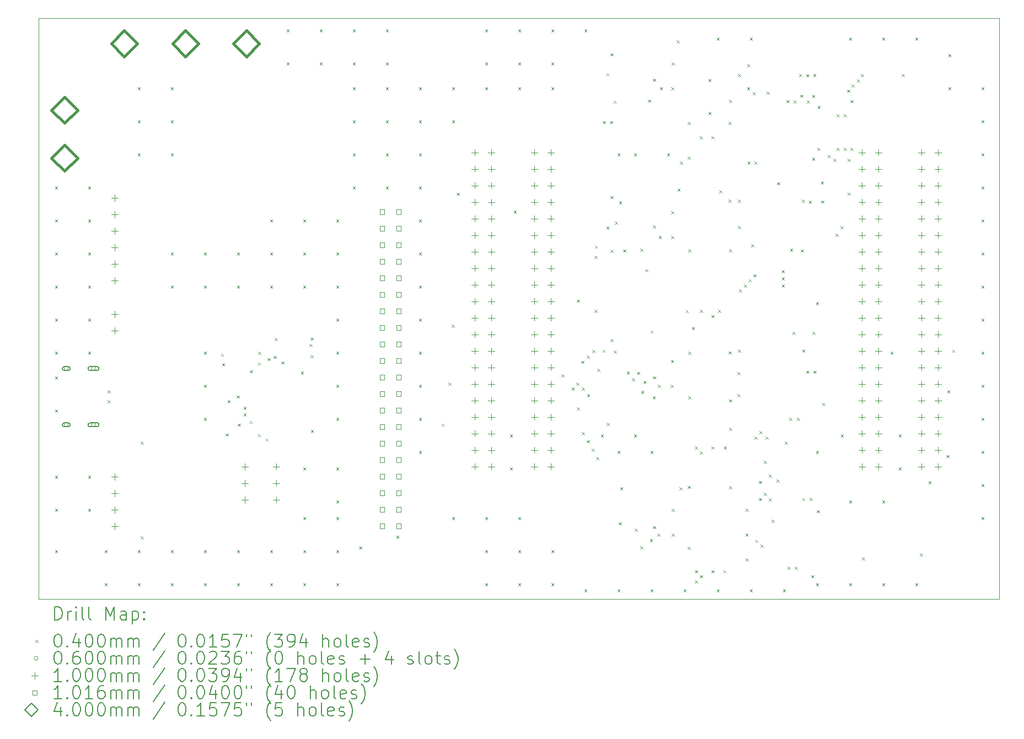
<source format=gbr>
%TF.GenerationSoftware,KiCad,Pcbnew,(6.0.7)*%
%TF.CreationDate,2023-05-24T13:21:02-04:00*%
%TF.ProjectId,ECELab_v1,4543454c-6162-45f7-9631-2e6b69636164,rev?*%
%TF.SameCoordinates,Original*%
%TF.FileFunction,Drillmap*%
%TF.FilePolarity,Positive*%
%FSLAX45Y45*%
G04 Gerber Fmt 4.5, Leading zero omitted, Abs format (unit mm)*
G04 Created by KiCad (PCBNEW (6.0.7)) date 2023-05-24 13:21:02*
%MOMM*%
%LPD*%
G01*
G04 APERTURE LIST*
%ADD10C,0.100000*%
%ADD11C,0.200000*%
%ADD12C,0.040000*%
%ADD13C,0.060000*%
%ADD14C,0.101600*%
%ADD15C,0.400000*%
G04 APERTURE END LIST*
D10*
X10393680Y-15212060D02*
X10393680Y-6283960D01*
X25146000Y-15212060D02*
X10393680Y-15212060D01*
X15748000Y-6283960D02*
X25146000Y-6283960D01*
X25146000Y-6283960D02*
X25146000Y-15212060D01*
X10393680Y-6283960D02*
X15748000Y-6283960D01*
D11*
D12*
X10648000Y-8870000D02*
X10688000Y-8910000D01*
X10688000Y-8870000D02*
X10648000Y-8910000D01*
X10648000Y-9378000D02*
X10688000Y-9418000D01*
X10688000Y-9378000D02*
X10648000Y-9418000D01*
X10648000Y-9886000D02*
X10688000Y-9926000D01*
X10688000Y-9886000D02*
X10648000Y-9926000D01*
X10648000Y-10394000D02*
X10688000Y-10434000D01*
X10688000Y-10394000D02*
X10648000Y-10434000D01*
X10648000Y-10902000D02*
X10688000Y-10942000D01*
X10688000Y-10902000D02*
X10648000Y-10942000D01*
X10648000Y-11410000D02*
X10688000Y-11450000D01*
X10688000Y-11410000D02*
X10648000Y-11450000D01*
X10648000Y-11791000D02*
X10688000Y-11831000D01*
X10688000Y-11791000D02*
X10648000Y-11831000D01*
X10648000Y-12299000D02*
X10688000Y-12339000D01*
X10688000Y-12299000D02*
X10648000Y-12339000D01*
X10648000Y-13315000D02*
X10688000Y-13355000D01*
X10688000Y-13315000D02*
X10648000Y-13355000D01*
X10648000Y-13823000D02*
X10688000Y-13863000D01*
X10688000Y-13823000D02*
X10648000Y-13863000D01*
X10648000Y-14458000D02*
X10688000Y-14498000D01*
X10688000Y-14458000D02*
X10648000Y-14498000D01*
X11156000Y-8870000D02*
X11196000Y-8910000D01*
X11196000Y-8870000D02*
X11156000Y-8910000D01*
X11156000Y-9378000D02*
X11196000Y-9418000D01*
X11196000Y-9378000D02*
X11156000Y-9418000D01*
X11156000Y-9886000D02*
X11196000Y-9926000D01*
X11196000Y-9886000D02*
X11156000Y-9926000D01*
X11156000Y-10394000D02*
X11196000Y-10434000D01*
X11196000Y-10394000D02*
X11156000Y-10434000D01*
X11156000Y-10902000D02*
X11196000Y-10942000D01*
X11196000Y-10902000D02*
X11156000Y-10942000D01*
X11156000Y-11410000D02*
X11196000Y-11450000D01*
X11196000Y-11410000D02*
X11156000Y-11450000D01*
X11156000Y-13315000D02*
X11196000Y-13355000D01*
X11196000Y-13315000D02*
X11156000Y-13355000D01*
X11156000Y-13823000D02*
X11196000Y-13863000D01*
X11196000Y-13823000D02*
X11156000Y-13863000D01*
X11410000Y-14458000D02*
X11450000Y-14498000D01*
X11450000Y-14458000D02*
X11410000Y-14498000D01*
X11410000Y-14966000D02*
X11450000Y-15006000D01*
X11450000Y-14966000D02*
X11410000Y-15006000D01*
X11455720Y-12154220D02*
X11495720Y-12194220D01*
X11495720Y-12154220D02*
X11455720Y-12194220D01*
X11458260Y-12001820D02*
X11498260Y-12041820D01*
X11498260Y-12001820D02*
X11458260Y-12041820D01*
X11918000Y-7346000D02*
X11958000Y-7386000D01*
X11958000Y-7346000D02*
X11918000Y-7386000D01*
X11918000Y-7854000D02*
X11958000Y-7894000D01*
X11958000Y-7854000D02*
X11918000Y-7894000D01*
X11918000Y-8362000D02*
X11958000Y-8402000D01*
X11958000Y-8362000D02*
X11918000Y-8402000D01*
X11918000Y-14458000D02*
X11958000Y-14498000D01*
X11958000Y-14458000D02*
X11918000Y-14498000D01*
X11918000Y-14966000D02*
X11958000Y-15006000D01*
X11958000Y-14966000D02*
X11918000Y-15006000D01*
X11966260Y-12789220D02*
X12006260Y-12829220D01*
X12006260Y-12789220D02*
X11966260Y-12829220D01*
X11966260Y-14244640D02*
X12006260Y-14284640D01*
X12006260Y-14244640D02*
X11966260Y-14284640D01*
X12426000Y-7346000D02*
X12466000Y-7386000D01*
X12466000Y-7346000D02*
X12426000Y-7386000D01*
X12426000Y-7854000D02*
X12466000Y-7894000D01*
X12466000Y-7854000D02*
X12426000Y-7894000D01*
X12426000Y-8362000D02*
X12466000Y-8402000D01*
X12466000Y-8362000D02*
X12426000Y-8402000D01*
X12426000Y-9886000D02*
X12466000Y-9926000D01*
X12466000Y-9886000D02*
X12426000Y-9926000D01*
X12426000Y-10394000D02*
X12466000Y-10434000D01*
X12466000Y-10394000D02*
X12426000Y-10434000D01*
X12426000Y-14458000D02*
X12466000Y-14498000D01*
X12466000Y-14458000D02*
X12426000Y-14498000D01*
X12426000Y-14966000D02*
X12466000Y-15006000D01*
X12466000Y-14966000D02*
X12426000Y-15006000D01*
X12934000Y-9886000D02*
X12974000Y-9926000D01*
X12974000Y-9886000D02*
X12934000Y-9926000D01*
X12934000Y-10394000D02*
X12974000Y-10434000D01*
X12974000Y-10394000D02*
X12934000Y-10434000D01*
X12934000Y-11410000D02*
X12974000Y-11450000D01*
X12974000Y-11410000D02*
X12934000Y-11450000D01*
X12934000Y-11918000D02*
X12974000Y-11958000D01*
X12974000Y-11918000D02*
X12934000Y-11958000D01*
X12934000Y-12426000D02*
X12974000Y-12466000D01*
X12974000Y-12426000D02*
X12934000Y-12466000D01*
X12934000Y-14458000D02*
X12974000Y-14498000D01*
X12974000Y-14458000D02*
X12934000Y-14498000D01*
X12934000Y-14966000D02*
X12974000Y-15006000D01*
X12974000Y-14966000D02*
X12934000Y-15006000D01*
X13195620Y-11437940D02*
X13235620Y-11477940D01*
X13235620Y-11437940D02*
X13195620Y-11477940D01*
X13213400Y-11587800D02*
X13253400Y-11627800D01*
X13253400Y-11587800D02*
X13213400Y-11627800D01*
X13269280Y-12667300D02*
X13309280Y-12707300D01*
X13309280Y-12667300D02*
X13269280Y-12707300D01*
X13297220Y-12151680D02*
X13337220Y-12191680D01*
X13337220Y-12151680D02*
X13297220Y-12191680D01*
X13434784Y-12082205D02*
X13474784Y-12122205D01*
X13474784Y-12082205D02*
X13434784Y-12122205D01*
X13442000Y-9886000D02*
X13482000Y-9926000D01*
X13482000Y-9886000D02*
X13442000Y-9926000D01*
X13442000Y-10394000D02*
X13482000Y-10434000D01*
X13482000Y-10394000D02*
X13442000Y-10434000D01*
X13442000Y-14458000D02*
X13482000Y-14498000D01*
X13482000Y-14458000D02*
X13442000Y-14498000D01*
X13442000Y-14966000D02*
X13482000Y-15006000D01*
X13482000Y-14966000D02*
X13442000Y-15006000D01*
X13457240Y-12514900D02*
X13497240Y-12554900D01*
X13497240Y-12514900D02*
X13457240Y-12554900D01*
X13543565Y-12255785D02*
X13583565Y-12295785D01*
X13583565Y-12255785D02*
X13543565Y-12295785D01*
X13543609Y-12355735D02*
X13583609Y-12395735D01*
X13583609Y-12355735D02*
X13543609Y-12395735D01*
X13637500Y-12472500D02*
X13677500Y-12512500D01*
X13677500Y-12472500D02*
X13637500Y-12512500D01*
X13640000Y-11692500D02*
X13680000Y-11732500D01*
X13680000Y-11692500D02*
X13640000Y-11732500D01*
X13762500Y-11575000D02*
X13802500Y-11615000D01*
X13802500Y-11575000D02*
X13762500Y-11615000D01*
X13762500Y-12674025D02*
X13802500Y-12714025D01*
X13802500Y-12674025D02*
X13762500Y-12714025D01*
X13769660Y-11407460D02*
X13809660Y-11447460D01*
X13809660Y-11407460D02*
X13769660Y-11447460D01*
X13882500Y-12742500D02*
X13922500Y-12782500D01*
X13922500Y-12742500D02*
X13882500Y-12782500D01*
X13911997Y-11507026D02*
X13951997Y-11547026D01*
X13951997Y-11507026D02*
X13911997Y-11547026D01*
X13950000Y-9378000D02*
X13990000Y-9418000D01*
X13990000Y-9378000D02*
X13950000Y-9418000D01*
X13950000Y-9886000D02*
X13990000Y-9926000D01*
X13990000Y-9886000D02*
X13950000Y-9926000D01*
X13950000Y-10394000D02*
X13990000Y-10434000D01*
X13990000Y-10394000D02*
X13950000Y-10434000D01*
X13950000Y-14458000D02*
X13990000Y-14498000D01*
X13990000Y-14458000D02*
X13950000Y-14498000D01*
X13950000Y-14966000D02*
X13990000Y-15006000D01*
X13990000Y-14966000D02*
X13950000Y-15006000D01*
X14006126Y-11473412D02*
X14046126Y-11513412D01*
X14046126Y-11473412D02*
X14006126Y-11513412D01*
X14024876Y-11197624D02*
X14064876Y-11237624D01*
X14064876Y-11197624D02*
X14024876Y-11237624D01*
X14121695Y-11556557D02*
X14161695Y-11596557D01*
X14161695Y-11556557D02*
X14121695Y-11596557D01*
X14204000Y-6457000D02*
X14244000Y-6497000D01*
X14244000Y-6457000D02*
X14204000Y-6497000D01*
X14204000Y-6965000D02*
X14244000Y-7005000D01*
X14244000Y-6965000D02*
X14204000Y-7005000D01*
X14425000Y-11712500D02*
X14465000Y-11752500D01*
X14465000Y-11712500D02*
X14425000Y-11752500D01*
X14458000Y-9378000D02*
X14498000Y-9418000D01*
X14498000Y-9378000D02*
X14458000Y-9418000D01*
X14458000Y-9886000D02*
X14498000Y-9926000D01*
X14498000Y-9886000D02*
X14458000Y-9926000D01*
X14458000Y-10394000D02*
X14498000Y-10434000D01*
X14498000Y-10394000D02*
X14458000Y-10434000D01*
X14458000Y-13188000D02*
X14498000Y-13228000D01*
X14498000Y-13188000D02*
X14458000Y-13228000D01*
X14458000Y-13950000D02*
X14498000Y-13990000D01*
X14498000Y-13950000D02*
X14458000Y-13990000D01*
X14458000Y-14458000D02*
X14498000Y-14498000D01*
X14498000Y-14458000D02*
X14458000Y-14498000D01*
X14458000Y-14966000D02*
X14498000Y-15006000D01*
X14498000Y-14966000D02*
X14458000Y-15006000D01*
X14557500Y-11292500D02*
X14597500Y-11332500D01*
X14597500Y-11292500D02*
X14557500Y-11332500D01*
X14573932Y-11193910D02*
X14613932Y-11233910D01*
X14613932Y-11193910D02*
X14573932Y-11233910D01*
X14574840Y-11460800D02*
X14614840Y-11500800D01*
X14614840Y-11460800D02*
X14574840Y-11500800D01*
X14577380Y-12608880D02*
X14617380Y-12648880D01*
X14617380Y-12608880D02*
X14577380Y-12648880D01*
X14712000Y-6457000D02*
X14752000Y-6497000D01*
X14752000Y-6457000D02*
X14712000Y-6497000D01*
X14712000Y-6965000D02*
X14752000Y-7005000D01*
X14752000Y-6965000D02*
X14712000Y-7005000D01*
X14966000Y-9378000D02*
X15006000Y-9418000D01*
X15006000Y-9378000D02*
X14966000Y-9418000D01*
X14966000Y-9886000D02*
X15006000Y-9926000D01*
X15006000Y-9886000D02*
X14966000Y-9926000D01*
X14966000Y-10394000D02*
X15006000Y-10434000D01*
X15006000Y-10394000D02*
X14966000Y-10434000D01*
X14966000Y-10902000D02*
X15006000Y-10942000D01*
X15006000Y-10902000D02*
X14966000Y-10942000D01*
X14966000Y-11410000D02*
X15006000Y-11450000D01*
X15006000Y-11410000D02*
X14966000Y-11450000D01*
X14966000Y-11918000D02*
X15006000Y-11958000D01*
X15006000Y-11918000D02*
X14966000Y-11958000D01*
X14966000Y-12426000D02*
X15006000Y-12466000D01*
X15006000Y-12426000D02*
X14966000Y-12466000D01*
X14966000Y-13188000D02*
X15006000Y-13228000D01*
X15006000Y-13188000D02*
X14966000Y-13228000D01*
X14966000Y-13696000D02*
X15006000Y-13736000D01*
X15006000Y-13696000D02*
X14966000Y-13736000D01*
X14966000Y-13950000D02*
X15006000Y-13990000D01*
X15006000Y-13950000D02*
X14966000Y-13990000D01*
X14966000Y-14458000D02*
X15006000Y-14498000D01*
X15006000Y-14458000D02*
X14966000Y-14498000D01*
X14966000Y-14966000D02*
X15006000Y-15006000D01*
X15006000Y-14966000D02*
X14966000Y-15006000D01*
X15220000Y-6457000D02*
X15260000Y-6497000D01*
X15260000Y-6457000D02*
X15220000Y-6497000D01*
X15220000Y-6965000D02*
X15260000Y-7005000D01*
X15260000Y-6965000D02*
X15220000Y-7005000D01*
X15220000Y-7346000D02*
X15260000Y-7386000D01*
X15260000Y-7346000D02*
X15220000Y-7386000D01*
X15220000Y-7854000D02*
X15260000Y-7894000D01*
X15260000Y-7854000D02*
X15220000Y-7894000D01*
X15220000Y-8362000D02*
X15260000Y-8402000D01*
X15260000Y-8362000D02*
X15220000Y-8402000D01*
X15220000Y-8870000D02*
X15260000Y-8910000D01*
X15260000Y-8870000D02*
X15220000Y-8910000D01*
X15319060Y-14402120D02*
X15359060Y-14442120D01*
X15359060Y-14402120D02*
X15319060Y-14442120D01*
X15728000Y-6457000D02*
X15768000Y-6497000D01*
X15768000Y-6457000D02*
X15728000Y-6497000D01*
X15728000Y-6965000D02*
X15768000Y-7005000D01*
X15768000Y-6965000D02*
X15728000Y-7005000D01*
X15728000Y-7346000D02*
X15768000Y-7386000D01*
X15768000Y-7346000D02*
X15728000Y-7386000D01*
X15728000Y-7854000D02*
X15768000Y-7894000D01*
X15768000Y-7854000D02*
X15728000Y-7894000D01*
X15728000Y-8362000D02*
X15768000Y-8402000D01*
X15768000Y-8362000D02*
X15728000Y-8402000D01*
X15728000Y-8870000D02*
X15768000Y-8910000D01*
X15768000Y-8870000D02*
X15728000Y-8910000D01*
X15888020Y-14234480D02*
X15928020Y-14274480D01*
X15928020Y-14234480D02*
X15888020Y-14274480D01*
X16236000Y-7346000D02*
X16276000Y-7386000D01*
X16276000Y-7346000D02*
X16236000Y-7386000D01*
X16236000Y-7854000D02*
X16276000Y-7894000D01*
X16276000Y-7854000D02*
X16236000Y-7894000D01*
X16236000Y-8362000D02*
X16276000Y-8402000D01*
X16276000Y-8362000D02*
X16236000Y-8402000D01*
X16236000Y-8870000D02*
X16276000Y-8910000D01*
X16276000Y-8870000D02*
X16236000Y-8910000D01*
X16236000Y-9378000D02*
X16276000Y-9418000D01*
X16276000Y-9378000D02*
X16236000Y-9418000D01*
X16236000Y-9886000D02*
X16276000Y-9926000D01*
X16276000Y-9886000D02*
X16236000Y-9926000D01*
X16236000Y-10394000D02*
X16276000Y-10434000D01*
X16276000Y-10394000D02*
X16236000Y-10434000D01*
X16236000Y-10902000D02*
X16276000Y-10942000D01*
X16276000Y-10902000D02*
X16236000Y-10942000D01*
X16236000Y-11410000D02*
X16276000Y-11450000D01*
X16276000Y-11410000D02*
X16236000Y-11450000D01*
X16236000Y-11918000D02*
X16276000Y-11958000D01*
X16276000Y-11918000D02*
X16236000Y-11958000D01*
X16236000Y-12426000D02*
X16276000Y-12466000D01*
X16276000Y-12426000D02*
X16236000Y-12466000D01*
X16236000Y-12934000D02*
X16276000Y-12974000D01*
X16276000Y-12934000D02*
X16236000Y-12974000D01*
X16583980Y-12514900D02*
X16623980Y-12554900D01*
X16623980Y-12514900D02*
X16583980Y-12554900D01*
X16688120Y-11882440D02*
X16728120Y-11922440D01*
X16728120Y-11882440D02*
X16688120Y-11922440D01*
X16738920Y-10995980D02*
X16778920Y-11035980D01*
X16778920Y-10995980D02*
X16738920Y-11035980D01*
X16744000Y-7346000D02*
X16784000Y-7386000D01*
X16784000Y-7346000D02*
X16744000Y-7386000D01*
X16744000Y-7854000D02*
X16784000Y-7894000D01*
X16784000Y-7854000D02*
X16744000Y-7894000D01*
X16744000Y-13950000D02*
X16784000Y-13990000D01*
X16784000Y-13950000D02*
X16744000Y-13990000D01*
X16818550Y-8966520D02*
X16858550Y-9006520D01*
X16858550Y-8966520D02*
X16818550Y-9006520D01*
X17252000Y-6457000D02*
X17292000Y-6497000D01*
X17292000Y-6457000D02*
X17252000Y-6497000D01*
X17252000Y-6965000D02*
X17292000Y-7005000D01*
X17292000Y-6965000D02*
X17252000Y-7005000D01*
X17252000Y-7346000D02*
X17292000Y-7386000D01*
X17292000Y-7346000D02*
X17252000Y-7386000D01*
X17252000Y-13950000D02*
X17292000Y-13990000D01*
X17292000Y-13950000D02*
X17252000Y-13990000D01*
X17252000Y-14458000D02*
X17292000Y-14498000D01*
X17292000Y-14458000D02*
X17252000Y-14498000D01*
X17252000Y-14966000D02*
X17292000Y-15006000D01*
X17292000Y-14966000D02*
X17252000Y-15006000D01*
X17633000Y-12680000D02*
X17673000Y-12720000D01*
X17673000Y-12680000D02*
X17633000Y-12720000D01*
X17633000Y-13188000D02*
X17673000Y-13228000D01*
X17673000Y-13188000D02*
X17633000Y-13228000D01*
X17693050Y-9240840D02*
X17733050Y-9280840D01*
X17733050Y-9240840D02*
X17693050Y-9280840D01*
X17760000Y-6457000D02*
X17800000Y-6497000D01*
X17800000Y-6457000D02*
X17760000Y-6497000D01*
X17760000Y-6965000D02*
X17800000Y-7005000D01*
X17800000Y-6965000D02*
X17760000Y-7005000D01*
X17760000Y-7346000D02*
X17800000Y-7386000D01*
X17800000Y-7346000D02*
X17760000Y-7386000D01*
X17760000Y-13950000D02*
X17800000Y-13990000D01*
X17800000Y-13950000D02*
X17760000Y-13990000D01*
X17760000Y-14458000D02*
X17800000Y-14498000D01*
X17800000Y-14458000D02*
X17760000Y-14498000D01*
X17760000Y-14966000D02*
X17800000Y-15006000D01*
X17800000Y-14966000D02*
X17760000Y-15006000D01*
X18268000Y-6457000D02*
X18308000Y-6497000D01*
X18308000Y-6457000D02*
X18268000Y-6497000D01*
X18268000Y-6965000D02*
X18308000Y-7005000D01*
X18308000Y-6965000D02*
X18268000Y-7005000D01*
X18268000Y-7346000D02*
X18308000Y-7386000D01*
X18308000Y-7346000D02*
X18268000Y-7386000D01*
X18268000Y-14458000D02*
X18308000Y-14498000D01*
X18308000Y-14458000D02*
X18268000Y-14498000D01*
X18268000Y-14966000D02*
X18308000Y-15006000D01*
X18308000Y-14966000D02*
X18268000Y-15006000D01*
X18425729Y-11758891D02*
X18465729Y-11798891D01*
X18465729Y-11758891D02*
X18425729Y-11798891D01*
X18580997Y-11958640D02*
X18620997Y-11998640D01*
X18620997Y-11958640D02*
X18580997Y-11998640D01*
X18655491Y-11881311D02*
X18695491Y-11921311D01*
X18695491Y-11881311D02*
X18655491Y-11921311D01*
X18658847Y-12263440D02*
X18698847Y-12303440D01*
X18698847Y-12263440D02*
X18658847Y-12303440D01*
X18663921Y-10610219D02*
X18703921Y-10650219D01*
X18703921Y-10610219D02*
X18663921Y-10650219D01*
X18727719Y-11549679D02*
X18767719Y-11589679D01*
X18767719Y-11549679D02*
X18727719Y-11589679D01*
X18735360Y-11959161D02*
X18775360Y-11999161D01*
X18775360Y-11959161D02*
X18735360Y-11999161D01*
X18736697Y-12646980D02*
X18776697Y-12686980D01*
X18776697Y-12646980D02*
X18736697Y-12686980D01*
X18776000Y-6457000D02*
X18816000Y-6497000D01*
X18816000Y-6457000D02*
X18776000Y-6497000D01*
X18776000Y-15057440D02*
X18816000Y-15097440D01*
X18816000Y-15057440D02*
X18776000Y-15097440D01*
X18811560Y-11465880D02*
X18851560Y-11505880D01*
X18851560Y-11465880D02*
X18811560Y-11505880D01*
X18814547Y-12768900D02*
X18854547Y-12808900D01*
X18854547Y-12768900D02*
X18814547Y-12808900D01*
X18818664Y-12062780D02*
X18858664Y-12102780D01*
X18858664Y-12062780D02*
X18818664Y-12102780D01*
X18892397Y-12898440D02*
X18932397Y-12938440D01*
X18932397Y-12898440D02*
X18892397Y-12938440D01*
X18896270Y-11384600D02*
X18936270Y-11424600D01*
X18936270Y-11384600D02*
X18896270Y-11424600D01*
X18930933Y-10766496D02*
X18970933Y-10806496D01*
X18970933Y-10766496D02*
X18930933Y-10806496D01*
X18934146Y-9935550D02*
X18974146Y-9975550D01*
X18974146Y-9935550D02*
X18934146Y-9975550D01*
X18935660Y-9778960D02*
X18975660Y-9818960D01*
X18975660Y-9778960D02*
X18935660Y-9818960D01*
X18959416Y-13025440D02*
X18999416Y-13065440D01*
X18999416Y-13025440D02*
X18959416Y-13065440D01*
X18974120Y-11669080D02*
X19014120Y-11709080D01*
X19014120Y-11669080D02*
X18974120Y-11709080D01*
X19030000Y-12680000D02*
X19070000Y-12720000D01*
X19070000Y-12680000D02*
X19030000Y-12720000D01*
X19054813Y-11380107D02*
X19094813Y-11420107D01*
X19094813Y-11380107D02*
X19054813Y-11420107D01*
X19062100Y-7865450D02*
X19102100Y-7905450D01*
X19102100Y-7865450D02*
X19062100Y-7905450D01*
X19113660Y-7128660D02*
X19153660Y-7168660D01*
X19153660Y-7128660D02*
X19113660Y-7168660D01*
X19115000Y-9487307D02*
X19155000Y-9527307D01*
X19155000Y-9487307D02*
X19115000Y-9527307D01*
X19116360Y-12502500D02*
X19156360Y-12542500D01*
X19156360Y-12502500D02*
X19116360Y-12542500D01*
X19167450Y-7865450D02*
X19207450Y-7905450D01*
X19207450Y-7865450D02*
X19167450Y-7905450D01*
X19179563Y-11213317D02*
X19219563Y-11253317D01*
X19219563Y-11213317D02*
X19179563Y-11253317D01*
X19179757Y-9839933D02*
X19219757Y-9879933D01*
X19219757Y-9839933D02*
X19179757Y-9879933D01*
X19180000Y-6825000D02*
X19220000Y-6865000D01*
X19220000Y-6825000D02*
X19180000Y-6865000D01*
X19180000Y-9016950D02*
X19220000Y-9056950D01*
X19220000Y-9016950D02*
X19180000Y-9056950D01*
X19223940Y-7553150D02*
X19263940Y-7593150D01*
X19263940Y-7553150D02*
X19223940Y-7593150D01*
X19230660Y-11394760D02*
X19270660Y-11434760D01*
X19270660Y-11394760D02*
X19230660Y-11434760D01*
X19245634Y-9409257D02*
X19285634Y-9449257D01*
X19285634Y-9409257D02*
X19245634Y-9449257D01*
X19284000Y-8362000D02*
X19324000Y-8402000D01*
X19324000Y-8362000D02*
X19284000Y-8402000D01*
X19284000Y-12934000D02*
X19324000Y-12974000D01*
X19324000Y-12934000D02*
X19284000Y-12974000D01*
X19284000Y-15057440D02*
X19324000Y-15097440D01*
X19324000Y-15057440D02*
X19284000Y-15097440D01*
X19305000Y-14030000D02*
X19345000Y-14070000D01*
X19345000Y-14030000D02*
X19305000Y-14070000D01*
X19310000Y-9095000D02*
X19350000Y-9135000D01*
X19350000Y-9095000D02*
X19310000Y-9135000D01*
X19327180Y-13490260D02*
X19367180Y-13530260D01*
X19367180Y-13490260D02*
X19327180Y-13530260D01*
X19373740Y-9839150D02*
X19413740Y-9879150D01*
X19413740Y-9839150D02*
X19373740Y-9879150D01*
X19427130Y-11716274D02*
X19467130Y-11756274D01*
X19467130Y-11716274D02*
X19427130Y-11756274D01*
X19505418Y-11813422D02*
X19545418Y-11853422D01*
X19545418Y-11813422D02*
X19505418Y-11853422D01*
X19538000Y-8362000D02*
X19578000Y-8402000D01*
X19578000Y-8362000D02*
X19538000Y-8402000D01*
X19538000Y-12680000D02*
X19578000Y-12720000D01*
X19578000Y-12680000D02*
X19538000Y-12720000D01*
X19552500Y-14127500D02*
X19592500Y-14167500D01*
X19592500Y-14127500D02*
X19552500Y-14167500D01*
X19583350Y-11717495D02*
X19623350Y-11757495D01*
X19623350Y-11717495D02*
X19583350Y-11757495D01*
X19635101Y-9827757D02*
X19675101Y-9867757D01*
X19675101Y-9827757D02*
X19635101Y-9867757D01*
X19635509Y-14400342D02*
X19675509Y-14440342D01*
X19675509Y-14400342D02*
X19635509Y-14440342D01*
X19648350Y-12010000D02*
X19688350Y-12050000D01*
X19688350Y-12010000D02*
X19648350Y-12050000D01*
X19682500Y-11857500D02*
X19722500Y-11897500D01*
X19722500Y-11857500D02*
X19682500Y-11897500D01*
X19713350Y-10137737D02*
X19753350Y-10177737D01*
X19753350Y-10137737D02*
X19713350Y-10177737D01*
X19752500Y-7534950D02*
X19792500Y-7574950D01*
X19792500Y-7534950D02*
X19752500Y-7574950D01*
X19782500Y-14287500D02*
X19822500Y-14327500D01*
X19822500Y-14287500D02*
X19782500Y-14327500D01*
X19792000Y-11082340D02*
X19832000Y-11122340D01*
X19832000Y-11082340D02*
X19792000Y-11122340D01*
X19792000Y-12934000D02*
X19832000Y-12974000D01*
X19832000Y-12934000D02*
X19792000Y-12974000D01*
X19792000Y-15057440D02*
X19832000Y-15097440D01*
X19832000Y-15057440D02*
X19792000Y-15097440D01*
X19825000Y-12097500D02*
X19865000Y-12137500D01*
X19865000Y-12097500D02*
X19825000Y-12137500D01*
X19827500Y-7215000D02*
X19867500Y-7255000D01*
X19867500Y-7215000D02*
X19827500Y-7255000D01*
X19830000Y-9470000D02*
X19870000Y-9510000D01*
X19870000Y-9470000D02*
X19830000Y-9510000D01*
X19830100Y-11785920D02*
X19870100Y-11825920D01*
X19870100Y-11785920D02*
X19830100Y-11825920D01*
X19830100Y-14089700D02*
X19870100Y-14129700D01*
X19870100Y-14089700D02*
X19830100Y-14129700D01*
X19896140Y-14204000D02*
X19936140Y-14244000D01*
X19936140Y-14204000D02*
X19896140Y-14244000D01*
X19906300Y-11918000D02*
X19946300Y-11958000D01*
X19946300Y-11918000D02*
X19906300Y-11958000D01*
X19920000Y-9632500D02*
X19960000Y-9672500D01*
X19960000Y-9632500D02*
X19920000Y-9672500D01*
X19935000Y-7345000D02*
X19975000Y-7385000D01*
X19975000Y-7345000D02*
X19935000Y-7385000D01*
X20046000Y-8362000D02*
X20086000Y-8402000D01*
X20086000Y-8362000D02*
X20046000Y-8402000D01*
X20101880Y-11918000D02*
X20141880Y-11958000D01*
X20141880Y-11918000D02*
X20101880Y-11958000D01*
X20104420Y-11537000D02*
X20144420Y-11577000D01*
X20144420Y-11537000D02*
X20104420Y-11577000D01*
X20107500Y-7345000D02*
X20147500Y-7385000D01*
X20147500Y-7345000D02*
X20107500Y-7385000D01*
X20107500Y-9252500D02*
X20147500Y-9292500D01*
X20147500Y-9252500D02*
X20107500Y-9292500D01*
X20107500Y-9632500D02*
X20147500Y-9672500D01*
X20147500Y-9632500D02*
X20107500Y-9672500D01*
X20115000Y-6965000D02*
X20155000Y-7005000D01*
X20155000Y-6965000D02*
X20115000Y-7005000D01*
X20119660Y-13823000D02*
X20159660Y-13863000D01*
X20159660Y-13823000D02*
X20119660Y-13863000D01*
X20119660Y-14204000D02*
X20159660Y-14244000D01*
X20159660Y-14204000D02*
X20119660Y-14244000D01*
X20192500Y-6627500D02*
X20232500Y-6667500D01*
X20232500Y-6627500D02*
X20192500Y-6667500D01*
X20207500Y-8902500D02*
X20247500Y-8942500D01*
X20247500Y-8902500D02*
X20207500Y-8942500D01*
X20236500Y-13490260D02*
X20276500Y-13530260D01*
X20276500Y-13490260D02*
X20236500Y-13530260D01*
X20247500Y-8487900D02*
X20287500Y-8527900D01*
X20287500Y-8487900D02*
X20247500Y-8527900D01*
X20300000Y-15057440D02*
X20340000Y-15097440D01*
X20340000Y-15057440D02*
X20300000Y-15097440D01*
X20333020Y-10769920D02*
X20373020Y-10809920D01*
X20373020Y-10769920D02*
X20333020Y-10809920D01*
X20365000Y-7880000D02*
X20405000Y-7920000D01*
X20405000Y-7880000D02*
X20365000Y-7920000D01*
X20365000Y-13471440D02*
X20405000Y-13511440D01*
X20405000Y-13471440D02*
X20365000Y-13511440D01*
X20365000Y-14405700D02*
X20405000Y-14445700D01*
X20405000Y-14405700D02*
X20365000Y-14445700D01*
X20366040Y-8410950D02*
X20406040Y-8450950D01*
X20406040Y-8410950D02*
X20366040Y-8450950D01*
X20372500Y-9836360D02*
X20412500Y-9876360D01*
X20412500Y-9836360D02*
X20372500Y-9876360D01*
X20372500Y-11406300D02*
X20412500Y-11446300D01*
X20412500Y-11406300D02*
X20372500Y-11446300D01*
X20372500Y-12092500D02*
X20412500Y-12132500D01*
X20412500Y-12092500D02*
X20372500Y-12132500D01*
X20427000Y-11029000D02*
X20467000Y-11069000D01*
X20467000Y-11029000D02*
X20427000Y-11069000D01*
X20472720Y-14921040D02*
X20512720Y-14961040D01*
X20512720Y-14921040D02*
X20472720Y-14961040D01*
X20473610Y-12866310D02*
X20513610Y-12906310D01*
X20513610Y-12866310D02*
X20473610Y-12906310D01*
X20473610Y-14765340D02*
X20513610Y-14805340D01*
X20513610Y-14765340D02*
X20473610Y-14805340D01*
X20548920Y-8097840D02*
X20588920Y-8137840D01*
X20588920Y-8097840D02*
X20548920Y-8137840D01*
X20551460Y-10767380D02*
X20591460Y-10807380D01*
X20591460Y-10767380D02*
X20551460Y-10807380D01*
X20551460Y-12944160D02*
X20591460Y-12984160D01*
X20591460Y-12944160D02*
X20551460Y-12984160D01*
X20551503Y-14843190D02*
X20591503Y-14883190D01*
X20591503Y-14843190D02*
X20551503Y-14883190D01*
X20681000Y-7219000D02*
X20721000Y-7259000D01*
X20721000Y-7219000D02*
X20681000Y-7259000D01*
X20681000Y-7727000D02*
X20721000Y-7767000D01*
X20721000Y-7727000D02*
X20681000Y-7767000D01*
X20726720Y-8097840D02*
X20766720Y-8137840D01*
X20766720Y-8097840D02*
X20726720Y-8137840D01*
X20729260Y-10846120D02*
X20769260Y-10886120D01*
X20769260Y-10846120D02*
X20729260Y-10886120D01*
X20729260Y-12866310D02*
X20769260Y-12906310D01*
X20769260Y-12866310D02*
X20729260Y-12906310D01*
X20729260Y-14765340D02*
X20769260Y-14805340D01*
X20769260Y-14765340D02*
X20729260Y-14805340D01*
X20808000Y-6584000D02*
X20848000Y-6624000D01*
X20848000Y-6584000D02*
X20808000Y-6624000D01*
X20808000Y-15057440D02*
X20848000Y-15097440D01*
X20848000Y-15057440D02*
X20808000Y-15097440D01*
X20830860Y-10765730D02*
X20870860Y-10805730D01*
X20870860Y-10765730D02*
X20830860Y-10805730D01*
X20848640Y-8930960D02*
X20888640Y-8970960D01*
X20888640Y-8930960D02*
X20848640Y-8970960D01*
X20909600Y-14765340D02*
X20949600Y-14805340D01*
X20949600Y-14765340D02*
X20909600Y-14805340D01*
X20918956Y-12865470D02*
X20958956Y-12905470D01*
X20958956Y-12865470D02*
X20918956Y-12905470D01*
X20988340Y-7879400D02*
X21028340Y-7919400D01*
X21028340Y-7879400D02*
X20988340Y-7919400D01*
X20990000Y-9073200D02*
X21030000Y-9113200D01*
X21030000Y-9073200D02*
X20990000Y-9113200D01*
X20990880Y-11404920D02*
X21030880Y-11444920D01*
X21030880Y-11404920D02*
X20990880Y-11444920D01*
X20996806Y-12579210D02*
X21036806Y-12619210D01*
X21036806Y-12579210D02*
X20996806Y-12619210D01*
X20997000Y-9835000D02*
X21037000Y-9875000D01*
X21037000Y-9835000D02*
X20997000Y-9875000D01*
X20997000Y-12142560D02*
X21037000Y-12182560D01*
X21037000Y-12142560D02*
X20997000Y-12182560D01*
X20997500Y-7542500D02*
X21037500Y-7582500D01*
X21037500Y-7542500D02*
X20997500Y-7582500D01*
X21001040Y-13472480D02*
X21041040Y-13512480D01*
X21041040Y-13472480D02*
X21001040Y-13512480D01*
X21125500Y-11719880D02*
X21165500Y-11759880D01*
X21165500Y-11719880D02*
X21125500Y-11759880D01*
X21128040Y-12058350D02*
X21168040Y-12098350D01*
X21168040Y-12058350D02*
X21128040Y-12098350D01*
X21132500Y-7145000D02*
X21172500Y-7185000D01*
X21172500Y-7145000D02*
X21132500Y-7185000D01*
X21135000Y-9072500D02*
X21175000Y-9112500D01*
X21175000Y-9072500D02*
X21135000Y-9112500D01*
X21135000Y-9477500D02*
X21175000Y-9517500D01*
X21175000Y-9477500D02*
X21135000Y-9517500D01*
X21135660Y-11374440D02*
X21175660Y-11414440D01*
X21175660Y-11374440D02*
X21135660Y-11414440D01*
X21149602Y-10450550D02*
X21189602Y-10490550D01*
X21189602Y-10450550D02*
X21149602Y-10490550D01*
X21224503Y-10374400D02*
X21264503Y-10414400D01*
X21264503Y-10374400D02*
X21224503Y-10414400D01*
X21247420Y-14204000D02*
X21287420Y-14244000D01*
X21287420Y-14204000D02*
X21247420Y-14244000D01*
X21249960Y-13823000D02*
X21289960Y-13863000D01*
X21289960Y-13823000D02*
X21249960Y-13863000D01*
X21252500Y-14585000D02*
X21292500Y-14625000D01*
X21292500Y-14585000D02*
X21252500Y-14625000D01*
X21272500Y-7345000D02*
X21312500Y-7385000D01*
X21312500Y-7345000D02*
X21272500Y-7385000D01*
X21275000Y-6990000D02*
X21315000Y-7030000D01*
X21315000Y-6990000D02*
X21275000Y-7030000D01*
X21283100Y-8487900D02*
X21323100Y-8527900D01*
X21323100Y-8487900D02*
X21283100Y-8527900D01*
X21299293Y-10296900D02*
X21339293Y-10336900D01*
X21339293Y-10296900D02*
X21299293Y-10336900D01*
X21316000Y-6584000D02*
X21356000Y-6624000D01*
X21356000Y-6584000D02*
X21316000Y-6624000D01*
X21316000Y-15057440D02*
X21356000Y-15097440D01*
X21356000Y-15057440D02*
X21316000Y-15097440D01*
X21340000Y-9756950D02*
X21380000Y-9796950D01*
X21380000Y-9756950D02*
X21340000Y-9796950D01*
X21365000Y-7423050D02*
X21405000Y-7463050D01*
X21405000Y-7423050D02*
X21365000Y-7463050D01*
X21373880Y-10219450D02*
X21413880Y-10259450D01*
X21413880Y-10219450D02*
X21373880Y-10259450D01*
X21387120Y-12710480D02*
X21427120Y-12750480D01*
X21427120Y-12710480D02*
X21387120Y-12750480D01*
X21388450Y-8487900D02*
X21428450Y-8527900D01*
X21428450Y-8487900D02*
X21388450Y-8527900D01*
X21401382Y-14300791D02*
X21441382Y-14340791D01*
X21441382Y-14300791D02*
X21401382Y-14340791D01*
X21453160Y-13395430D02*
X21493160Y-13435430D01*
X21493160Y-13395430D02*
X21453160Y-13435430D01*
X21453650Y-13657900D02*
X21493650Y-13697900D01*
X21493650Y-13657900D02*
X21453650Y-13697900D01*
X21465860Y-12629200D02*
X21505860Y-12669200D01*
X21505860Y-12629200D02*
X21465860Y-12669200D01*
X21479350Y-14371640D02*
X21519350Y-14411640D01*
X21519350Y-14371640D02*
X21479350Y-14411640D01*
X21531900Y-13083860D02*
X21571900Y-13123860D01*
X21571900Y-13083860D02*
X21531900Y-13123860D01*
X21531900Y-13574080D02*
X21571900Y-13614080D01*
X21571900Y-13574080D02*
X21531900Y-13614080D01*
X21559840Y-12710480D02*
X21599840Y-12750480D01*
X21599840Y-12710480D02*
X21559840Y-12750480D01*
X21575000Y-7412500D02*
X21615000Y-7452500D01*
X21615000Y-7412500D02*
X21575000Y-7452500D01*
X21609350Y-13662980D02*
X21649350Y-13702980D01*
X21649350Y-13662980D02*
X21609350Y-13702980D01*
X21609750Y-13297220D02*
X21649750Y-13337220D01*
X21649750Y-13297220D02*
X21609750Y-13337220D01*
X21649566Y-13989261D02*
X21689566Y-14029261D01*
X21689566Y-13989261D02*
X21649566Y-14029261D01*
X21724940Y-13375070D02*
X21764940Y-13415070D01*
X21764940Y-13375070D02*
X21724940Y-13415070D01*
X21737500Y-8805550D02*
X21777500Y-8845550D01*
X21777500Y-8805550D02*
X21737500Y-8845550D01*
X21805929Y-10264240D02*
X21845929Y-10304240D01*
X21845929Y-10264240D02*
X21805929Y-10304240D01*
X21806620Y-10157380D02*
X21846620Y-10197380D01*
X21846620Y-10157380D02*
X21806620Y-10197380D01*
X21806773Y-10373706D02*
X21846773Y-10413706D01*
X21846773Y-10373706D02*
X21806773Y-10413706D01*
X21824000Y-15057440D02*
X21864000Y-15097440D01*
X21864000Y-15057440D02*
X21824000Y-15097440D01*
X21851940Y-12788330D02*
X21891940Y-12828330D01*
X21891940Y-12788330D02*
X21851940Y-12828330D01*
X21877500Y-7545000D02*
X21917500Y-7585000D01*
X21917500Y-7545000D02*
X21877500Y-7585000D01*
X21897781Y-14714093D02*
X21937781Y-14754093D01*
X21937781Y-14714093D02*
X21897781Y-14754093D01*
X21924300Y-12422559D02*
X21964300Y-12462559D01*
X21964300Y-12422559D02*
X21924300Y-12462559D01*
X21934550Y-9827500D02*
X21974550Y-9867500D01*
X21974550Y-9827500D02*
X21934550Y-9867500D01*
X21973860Y-11102660D02*
X22013860Y-11142660D01*
X22013860Y-11102660D02*
X21973860Y-11142660D01*
X21986835Y-7546301D02*
X22026835Y-7586301D01*
X22026835Y-7546301D02*
X21986835Y-7586301D01*
X22003099Y-14711498D02*
X22043099Y-14751498D01*
X22043099Y-14711498D02*
X22003099Y-14751498D01*
X22040000Y-12425450D02*
X22080000Y-12465450D01*
X22080000Y-12425450D02*
X22040000Y-12465450D01*
X22075000Y-7144961D02*
X22115000Y-7184961D01*
X22115000Y-7144961D02*
X22075000Y-7184961D01*
X22090700Y-7460550D02*
X22130700Y-7500550D01*
X22130700Y-7460550D02*
X22090700Y-7500550D01*
X22097500Y-9839150D02*
X22137500Y-9879150D01*
X22137500Y-9839150D02*
X22097500Y-9879150D01*
X22115000Y-9072500D02*
X22155000Y-9112500D01*
X22155000Y-9072500D02*
X22115000Y-9112500D01*
X22119377Y-13656465D02*
X22159377Y-13696465D01*
X22159377Y-13656465D02*
X22119377Y-13696465D01*
X22119610Y-11373574D02*
X22159610Y-11413574D01*
X22159610Y-11373574D02*
X22119610Y-11413574D01*
X22182001Y-7145451D02*
X22222001Y-7185451D01*
X22222001Y-7145451D02*
X22182001Y-7185451D01*
X22182140Y-11702100D02*
X22222140Y-11742100D01*
X22222140Y-11702100D02*
X22182140Y-11742100D01*
X22194350Y-7549200D02*
X22234350Y-7589200D01*
X22234350Y-7549200D02*
X22194350Y-7589200D01*
X22221685Y-9088128D02*
X22261685Y-9128128D01*
X22261685Y-9088128D02*
X22221685Y-9128128D01*
X22233772Y-13651112D02*
X22273772Y-13691112D01*
X22273772Y-13651112D02*
X22233772Y-13691112D01*
X22262500Y-14842500D02*
X22302500Y-14882500D01*
X22302500Y-14842500D02*
X22262500Y-14882500D01*
X22272500Y-7465000D02*
X22312500Y-7505000D01*
X22312500Y-7465000D02*
X22272500Y-7505000D01*
X22272500Y-8431150D02*
X22312500Y-8471150D01*
X22312500Y-8431150D02*
X22272500Y-8471150D01*
X22276120Y-11102660D02*
X22316120Y-11142660D01*
X22316120Y-11102660D02*
X22276120Y-11142660D01*
X22290000Y-7145000D02*
X22330000Y-7185000D01*
X22330000Y-7145000D02*
X22290000Y-7185000D01*
X22293900Y-11702100D02*
X22333900Y-11742100D01*
X22333900Y-11702100D02*
X22293900Y-11742100D01*
X22332000Y-10648000D02*
X22372000Y-10688000D01*
X22372000Y-10648000D02*
X22332000Y-10688000D01*
X22332000Y-12934000D02*
X22372000Y-12974000D01*
X22372000Y-12934000D02*
X22332000Y-12974000D01*
X22332000Y-14966000D02*
X22372000Y-15006000D01*
X22372000Y-14966000D02*
X22332000Y-15006000D01*
X22342160Y-13843320D02*
X22382160Y-13883320D01*
X22382160Y-13843320D02*
X22342160Y-13883320D01*
X22355000Y-8273650D02*
X22395000Y-8313650D01*
X22395000Y-8273650D02*
X22355000Y-8313650D01*
X22356350Y-7632500D02*
X22396350Y-7672500D01*
X22396350Y-7632500D02*
X22356350Y-7672500D01*
X22408200Y-8790570D02*
X22448200Y-8830570D01*
X22448200Y-8790570D02*
X22408200Y-8830570D01*
X22410000Y-9085000D02*
X22450000Y-9125000D01*
X22450000Y-9085000D02*
X22410000Y-9125000D01*
X22430000Y-12195000D02*
X22470000Y-12235000D01*
X22470000Y-12195000D02*
X22430000Y-12235000D01*
X22512778Y-8385920D02*
X22552778Y-8425921D01*
X22552778Y-8385920D02*
X22512778Y-8425921D01*
X22598650Y-8446950D02*
X22638650Y-8486950D01*
X22638650Y-8446950D02*
X22598650Y-8486950D01*
X22632790Y-9596440D02*
X22672790Y-9636440D01*
X22672790Y-9596440D02*
X22632790Y-9636440D01*
X22651814Y-8273650D02*
X22691814Y-8313650D01*
X22691814Y-8273650D02*
X22651814Y-8313650D01*
X22652172Y-7759788D02*
X22692172Y-7799788D01*
X22692172Y-7759788D02*
X22652172Y-7799788D01*
X22710640Y-9477240D02*
X22750640Y-9517240D01*
X22750640Y-9477240D02*
X22710640Y-9517240D01*
X22713000Y-12680000D02*
X22753000Y-12720000D01*
X22753000Y-12680000D02*
X22713000Y-12720000D01*
X22757157Y-8274901D02*
X22797157Y-8314901D01*
X22797157Y-8274901D02*
X22757157Y-8314901D01*
X22757500Y-7761950D02*
X22797500Y-7801950D01*
X22797500Y-7761950D02*
X22757500Y-7801950D01*
X22810726Y-7382593D02*
X22850726Y-7422593D01*
X22850726Y-7382593D02*
X22810726Y-7422593D01*
X22816060Y-8446060D02*
X22856060Y-8486060D01*
X22856060Y-8446060D02*
X22816060Y-8486060D01*
X22817140Y-8961440D02*
X22857140Y-9001440D01*
X22857140Y-8961440D02*
X22817140Y-9001440D01*
X22840000Y-6584000D02*
X22880000Y-6624000D01*
X22880000Y-6584000D02*
X22840000Y-6624000D01*
X22840000Y-13696000D02*
X22880000Y-13736000D01*
X22880000Y-13696000D02*
X22840000Y-13736000D01*
X22840000Y-14966000D02*
X22880000Y-15006000D01*
X22880000Y-14966000D02*
X22840000Y-15006000D01*
X22862500Y-7545000D02*
X22902500Y-7585000D01*
X22902500Y-7545000D02*
X22862500Y-7585000D01*
X22862500Y-8273650D02*
X22902500Y-8313650D01*
X22902500Y-8273650D02*
X22862500Y-8313650D01*
X22879803Y-7303050D02*
X22919803Y-7343050D01*
X22919803Y-7303050D02*
X22879803Y-7343050D01*
X22960000Y-7225000D02*
X23000000Y-7265000D01*
X23000000Y-7225000D02*
X22960000Y-7265000D01*
X23023616Y-7141026D02*
X23063616Y-7181026D01*
X23063616Y-7141026D02*
X23023616Y-7181026D01*
X23040660Y-14564680D02*
X23080660Y-14604680D01*
X23080660Y-14564680D02*
X23040660Y-14604680D01*
X23348000Y-6584000D02*
X23388000Y-6624000D01*
X23388000Y-6584000D02*
X23348000Y-6624000D01*
X23348000Y-13696000D02*
X23388000Y-13736000D01*
X23388000Y-13696000D02*
X23348000Y-13736000D01*
X23348000Y-14966000D02*
X23388000Y-15006000D01*
X23388000Y-14966000D02*
X23348000Y-15006000D01*
X23475000Y-11410000D02*
X23515000Y-11450000D01*
X23515000Y-11410000D02*
X23475000Y-11450000D01*
X23602000Y-12680000D02*
X23642000Y-12720000D01*
X23642000Y-12680000D02*
X23602000Y-12720000D01*
X23602000Y-13188000D02*
X23642000Y-13228000D01*
X23642000Y-13188000D02*
X23602000Y-13228000D01*
X23650260Y-7142500D02*
X23690260Y-7182500D01*
X23690260Y-7142500D02*
X23650260Y-7182500D01*
X23856000Y-6584000D02*
X23896000Y-6624000D01*
X23896000Y-6584000D02*
X23856000Y-6624000D01*
X23856000Y-14966000D02*
X23896000Y-15006000D01*
X23896000Y-14966000D02*
X23856000Y-15006000D01*
X23929660Y-14507910D02*
X23969660Y-14547910D01*
X23969660Y-14507910D02*
X23929660Y-14547910D01*
X24059200Y-13398820D02*
X24099200Y-13438820D01*
X24099200Y-13398820D02*
X24059200Y-13438820D01*
X24333520Y-12997500D02*
X24373520Y-13037500D01*
X24373520Y-12997500D02*
X24333520Y-13037500D01*
X24346220Y-12004360D02*
X24386220Y-12044360D01*
X24386220Y-12004360D02*
X24346220Y-12044360D01*
X24364000Y-6838000D02*
X24404000Y-6878000D01*
X24404000Y-6838000D02*
X24364000Y-6878000D01*
X24364000Y-7346000D02*
X24404000Y-7386000D01*
X24404000Y-7346000D02*
X24364000Y-7386000D01*
X24424070Y-11379520D02*
X24464070Y-11419520D01*
X24464070Y-11379520D02*
X24424070Y-11419520D01*
X24872000Y-7346000D02*
X24912000Y-7386000D01*
X24912000Y-7346000D02*
X24872000Y-7386000D01*
X24872000Y-7854000D02*
X24912000Y-7894000D01*
X24912000Y-7854000D02*
X24872000Y-7894000D01*
X24872000Y-8362000D02*
X24912000Y-8402000D01*
X24912000Y-8362000D02*
X24872000Y-8402000D01*
X24872000Y-8870000D02*
X24912000Y-8910000D01*
X24912000Y-8870000D02*
X24872000Y-8910000D01*
X24872000Y-9378000D02*
X24912000Y-9418000D01*
X24912000Y-9378000D02*
X24872000Y-9418000D01*
X24872000Y-9886000D02*
X24912000Y-9926000D01*
X24912000Y-9886000D02*
X24872000Y-9926000D01*
X24872000Y-10394000D02*
X24912000Y-10434000D01*
X24912000Y-10394000D02*
X24872000Y-10434000D01*
X24872000Y-10902000D02*
X24912000Y-10942000D01*
X24912000Y-10902000D02*
X24872000Y-10942000D01*
X24872000Y-11410000D02*
X24912000Y-11450000D01*
X24912000Y-11410000D02*
X24872000Y-11450000D01*
X24872000Y-11918000D02*
X24912000Y-11958000D01*
X24912000Y-11918000D02*
X24872000Y-11958000D01*
X24872000Y-12426000D02*
X24912000Y-12466000D01*
X24912000Y-12426000D02*
X24872000Y-12466000D01*
X24872000Y-12934000D02*
X24912000Y-12974000D01*
X24912000Y-12934000D02*
X24872000Y-12974000D01*
X24872000Y-13442000D02*
X24912000Y-13482000D01*
X24912000Y-13442000D02*
X24872000Y-13482000D01*
X24872000Y-13950000D02*
X24912000Y-13990000D01*
X24912000Y-13950000D02*
X24872000Y-13990000D01*
D13*
X10851960Y-11668560D02*
G75*
G03*
X10851960Y-11668560I-30000J0D01*
G01*
D11*
X10851960Y-11638560D02*
X10791960Y-11638560D01*
X10851960Y-11698560D02*
X10791960Y-11698560D01*
X10791960Y-11638560D02*
G75*
G03*
X10791960Y-11698560I0J-30000D01*
G01*
X10851960Y-11698560D02*
G75*
G03*
X10851960Y-11638560I0J30000D01*
G01*
D13*
X10851960Y-12532560D02*
G75*
G03*
X10851960Y-12532560I-30000J0D01*
G01*
D11*
X10851960Y-12502560D02*
X10791960Y-12502560D01*
X10851960Y-12562560D02*
X10791960Y-12562560D01*
X10791960Y-12502560D02*
G75*
G03*
X10791960Y-12562560I0J-30000D01*
G01*
X10851960Y-12562560D02*
G75*
G03*
X10851960Y-12502560I0J30000D01*
G01*
D13*
X11269960Y-11668560D02*
G75*
G03*
X11269960Y-11668560I-30000J0D01*
G01*
D11*
X11294960Y-11638560D02*
X11184960Y-11638560D01*
X11294960Y-11698560D02*
X11184960Y-11698560D01*
X11184960Y-11638560D02*
G75*
G03*
X11184960Y-11698560I0J-30000D01*
G01*
X11294960Y-11698560D02*
G75*
G03*
X11294960Y-11638560I0J30000D01*
G01*
D13*
X11269960Y-12532560D02*
G75*
G03*
X11269960Y-12532560I-30000J0D01*
G01*
D11*
X11294960Y-12502560D02*
X11184960Y-12502560D01*
X11294960Y-12562560D02*
X11184960Y-12562560D01*
X11184960Y-12502560D02*
G75*
G03*
X11184960Y-12562560I0J-30000D01*
G01*
X11294960Y-12562560D02*
G75*
G03*
X11294960Y-12502560I0J30000D01*
G01*
D10*
X11562700Y-13278920D02*
X11562700Y-13378920D01*
X11512700Y-13328920D02*
X11612700Y-13328920D01*
X11562700Y-13532920D02*
X11562700Y-13632920D01*
X11512700Y-13582920D02*
X11612700Y-13582920D01*
X11562700Y-13786920D02*
X11562700Y-13886920D01*
X11512700Y-13836920D02*
X11612700Y-13836920D01*
X11562700Y-14040920D02*
X11562700Y-14140920D01*
X11512700Y-14090920D02*
X11612700Y-14090920D01*
X11567160Y-10785140D02*
X11567160Y-10885140D01*
X11517160Y-10835140D02*
X11617160Y-10835140D01*
X11567160Y-11039140D02*
X11567160Y-11139140D01*
X11517160Y-11089140D02*
X11617160Y-11089140D01*
X11567780Y-8997480D02*
X11567780Y-9097480D01*
X11517780Y-9047480D02*
X11617780Y-9047480D01*
X11567780Y-9251480D02*
X11567780Y-9351480D01*
X11517780Y-9301480D02*
X11617780Y-9301480D01*
X11567780Y-9505480D02*
X11567780Y-9605480D01*
X11517780Y-9555480D02*
X11617780Y-9555480D01*
X11567780Y-9759480D02*
X11567780Y-9859480D01*
X11517780Y-9809480D02*
X11617780Y-9809480D01*
X11567780Y-10013480D02*
X11567780Y-10113480D01*
X11517780Y-10063480D02*
X11617780Y-10063480D01*
X11567780Y-10267480D02*
X11567780Y-10367480D01*
X11517780Y-10317480D02*
X11617780Y-10317480D01*
X13563600Y-13126000D02*
X13563600Y-13226000D01*
X13513600Y-13176000D02*
X13613600Y-13176000D01*
X13563600Y-13380000D02*
X13563600Y-13480000D01*
X13513600Y-13430000D02*
X13613600Y-13430000D01*
X13563600Y-13634000D02*
X13563600Y-13734000D01*
X13513600Y-13684000D02*
X13613600Y-13684000D01*
X14047500Y-13123500D02*
X14047500Y-13223500D01*
X13997500Y-13173500D02*
X14097500Y-13173500D01*
X14047500Y-13377500D02*
X14047500Y-13477500D01*
X13997500Y-13427500D02*
X14097500Y-13427500D01*
X14047500Y-13631500D02*
X14047500Y-13731500D01*
X13997500Y-13681500D02*
X14097500Y-13681500D01*
X17091700Y-8297700D02*
X17091700Y-8397700D01*
X17041700Y-8347700D02*
X17141700Y-8347700D01*
X17091700Y-8551700D02*
X17091700Y-8651700D01*
X17041700Y-8601700D02*
X17141700Y-8601700D01*
X17091700Y-8805700D02*
X17091700Y-8905700D01*
X17041700Y-8855700D02*
X17141700Y-8855700D01*
X17091700Y-9059700D02*
X17091700Y-9159700D01*
X17041700Y-9109700D02*
X17141700Y-9109700D01*
X17091700Y-9313700D02*
X17091700Y-9413700D01*
X17041700Y-9363700D02*
X17141700Y-9363700D01*
X17091700Y-9567700D02*
X17091700Y-9667700D01*
X17041700Y-9617700D02*
X17141700Y-9617700D01*
X17091700Y-9821700D02*
X17091700Y-9921700D01*
X17041700Y-9871700D02*
X17141700Y-9871700D01*
X17091700Y-10075700D02*
X17091700Y-10175700D01*
X17041700Y-10125700D02*
X17141700Y-10125700D01*
X17091700Y-10329700D02*
X17091700Y-10429700D01*
X17041700Y-10379700D02*
X17141700Y-10379700D01*
X17091700Y-10583700D02*
X17091700Y-10683700D01*
X17041700Y-10633700D02*
X17141700Y-10633700D01*
X17091700Y-10837700D02*
X17091700Y-10937700D01*
X17041700Y-10887700D02*
X17141700Y-10887700D01*
X17091700Y-11091700D02*
X17091700Y-11191700D01*
X17041700Y-11141700D02*
X17141700Y-11141700D01*
X17091700Y-11345700D02*
X17091700Y-11445700D01*
X17041700Y-11395700D02*
X17141700Y-11395700D01*
X17091700Y-11599700D02*
X17091700Y-11699700D01*
X17041700Y-11649700D02*
X17141700Y-11649700D01*
X17091700Y-11853700D02*
X17091700Y-11953700D01*
X17041700Y-11903700D02*
X17141700Y-11903700D01*
X17091700Y-12107700D02*
X17091700Y-12207700D01*
X17041700Y-12157700D02*
X17141700Y-12157700D01*
X17091700Y-12361700D02*
X17091700Y-12461700D01*
X17041700Y-12411700D02*
X17141700Y-12411700D01*
X17091700Y-12615700D02*
X17091700Y-12715700D01*
X17041700Y-12665700D02*
X17141700Y-12665700D01*
X17091700Y-12869700D02*
X17091700Y-12969700D01*
X17041700Y-12919700D02*
X17141700Y-12919700D01*
X17091700Y-13123700D02*
X17091700Y-13223700D01*
X17041700Y-13173700D02*
X17141700Y-13173700D01*
X17345700Y-8297700D02*
X17345700Y-8397700D01*
X17295700Y-8347700D02*
X17395700Y-8347700D01*
X17345700Y-8551700D02*
X17345700Y-8651700D01*
X17295700Y-8601700D02*
X17395700Y-8601700D01*
X17345700Y-8805700D02*
X17345700Y-8905700D01*
X17295700Y-8855700D02*
X17395700Y-8855700D01*
X17345700Y-9059700D02*
X17345700Y-9159700D01*
X17295700Y-9109700D02*
X17395700Y-9109700D01*
X17345700Y-9313700D02*
X17345700Y-9413700D01*
X17295700Y-9363700D02*
X17395700Y-9363700D01*
X17345700Y-9567700D02*
X17345700Y-9667700D01*
X17295700Y-9617700D02*
X17395700Y-9617700D01*
X17345700Y-9821700D02*
X17345700Y-9921700D01*
X17295700Y-9871700D02*
X17395700Y-9871700D01*
X17345700Y-10075700D02*
X17345700Y-10175700D01*
X17295700Y-10125700D02*
X17395700Y-10125700D01*
X17345700Y-10329700D02*
X17345700Y-10429700D01*
X17295700Y-10379700D02*
X17395700Y-10379700D01*
X17345700Y-10583700D02*
X17345700Y-10683700D01*
X17295700Y-10633700D02*
X17395700Y-10633700D01*
X17345700Y-10837700D02*
X17345700Y-10937700D01*
X17295700Y-10887700D02*
X17395700Y-10887700D01*
X17345700Y-11091700D02*
X17345700Y-11191700D01*
X17295700Y-11141700D02*
X17395700Y-11141700D01*
X17345700Y-11345700D02*
X17345700Y-11445700D01*
X17295700Y-11395700D02*
X17395700Y-11395700D01*
X17345700Y-11599700D02*
X17345700Y-11699700D01*
X17295700Y-11649700D02*
X17395700Y-11649700D01*
X17345700Y-11853700D02*
X17345700Y-11953700D01*
X17295700Y-11903700D02*
X17395700Y-11903700D01*
X17345700Y-12107700D02*
X17345700Y-12207700D01*
X17295700Y-12157700D02*
X17395700Y-12157700D01*
X17345700Y-12361700D02*
X17345700Y-12461700D01*
X17295700Y-12411700D02*
X17395700Y-12411700D01*
X17345700Y-12615700D02*
X17345700Y-12715700D01*
X17295700Y-12665700D02*
X17395700Y-12665700D01*
X17345700Y-12869700D02*
X17345700Y-12969700D01*
X17295700Y-12919700D02*
X17395700Y-12919700D01*
X17345700Y-13123700D02*
X17345700Y-13223700D01*
X17295700Y-13173700D02*
X17395700Y-13173700D01*
X18006100Y-8297700D02*
X18006100Y-8397700D01*
X17956100Y-8347700D02*
X18056100Y-8347700D01*
X18006100Y-8551700D02*
X18006100Y-8651700D01*
X17956100Y-8601700D02*
X18056100Y-8601700D01*
X18006100Y-8805700D02*
X18006100Y-8905700D01*
X17956100Y-8855700D02*
X18056100Y-8855700D01*
X18006100Y-9059700D02*
X18006100Y-9159700D01*
X17956100Y-9109700D02*
X18056100Y-9109700D01*
X18006100Y-9313700D02*
X18006100Y-9413700D01*
X17956100Y-9363700D02*
X18056100Y-9363700D01*
X18006100Y-9567700D02*
X18006100Y-9667700D01*
X17956100Y-9617700D02*
X18056100Y-9617700D01*
X18006100Y-9821700D02*
X18006100Y-9921700D01*
X17956100Y-9871700D02*
X18056100Y-9871700D01*
X18006100Y-10075700D02*
X18006100Y-10175700D01*
X17956100Y-10125700D02*
X18056100Y-10125700D01*
X18006100Y-10329700D02*
X18006100Y-10429700D01*
X17956100Y-10379700D02*
X18056100Y-10379700D01*
X18006100Y-10583700D02*
X18006100Y-10683700D01*
X17956100Y-10633700D02*
X18056100Y-10633700D01*
X18006100Y-10837700D02*
X18006100Y-10937700D01*
X17956100Y-10887700D02*
X18056100Y-10887700D01*
X18006100Y-11091700D02*
X18006100Y-11191700D01*
X17956100Y-11141700D02*
X18056100Y-11141700D01*
X18006100Y-11345700D02*
X18006100Y-11445700D01*
X17956100Y-11395700D02*
X18056100Y-11395700D01*
X18006100Y-11599700D02*
X18006100Y-11699700D01*
X17956100Y-11649700D02*
X18056100Y-11649700D01*
X18006100Y-11853700D02*
X18006100Y-11953700D01*
X17956100Y-11903700D02*
X18056100Y-11903700D01*
X18006100Y-12107700D02*
X18006100Y-12207700D01*
X17956100Y-12157700D02*
X18056100Y-12157700D01*
X18006100Y-12361700D02*
X18006100Y-12461700D01*
X17956100Y-12411700D02*
X18056100Y-12411700D01*
X18006100Y-12615700D02*
X18006100Y-12715700D01*
X17956100Y-12665700D02*
X18056100Y-12665700D01*
X18006100Y-12869700D02*
X18006100Y-12969700D01*
X17956100Y-12919700D02*
X18056100Y-12919700D01*
X18006100Y-13123700D02*
X18006100Y-13223700D01*
X17956100Y-13173700D02*
X18056100Y-13173700D01*
X18260100Y-8297700D02*
X18260100Y-8397700D01*
X18210100Y-8347700D02*
X18310100Y-8347700D01*
X18260100Y-8551700D02*
X18260100Y-8651700D01*
X18210100Y-8601700D02*
X18310100Y-8601700D01*
X18260100Y-8805700D02*
X18260100Y-8905700D01*
X18210100Y-8855700D02*
X18310100Y-8855700D01*
X18260100Y-9059700D02*
X18260100Y-9159700D01*
X18210100Y-9109700D02*
X18310100Y-9109700D01*
X18260100Y-9313700D02*
X18260100Y-9413700D01*
X18210100Y-9363700D02*
X18310100Y-9363700D01*
X18260100Y-9567700D02*
X18260100Y-9667700D01*
X18210100Y-9617700D02*
X18310100Y-9617700D01*
X18260100Y-9821700D02*
X18260100Y-9921700D01*
X18210100Y-9871700D02*
X18310100Y-9871700D01*
X18260100Y-10075700D02*
X18260100Y-10175700D01*
X18210100Y-10125700D02*
X18310100Y-10125700D01*
X18260100Y-10329700D02*
X18260100Y-10429700D01*
X18210100Y-10379700D02*
X18310100Y-10379700D01*
X18260100Y-10583700D02*
X18260100Y-10683700D01*
X18210100Y-10633700D02*
X18310100Y-10633700D01*
X18260100Y-10837700D02*
X18260100Y-10937700D01*
X18210100Y-10887700D02*
X18310100Y-10887700D01*
X18260100Y-11091700D02*
X18260100Y-11191700D01*
X18210100Y-11141700D02*
X18310100Y-11141700D01*
X18260100Y-11345700D02*
X18260100Y-11445700D01*
X18210100Y-11395700D02*
X18310100Y-11395700D01*
X18260100Y-11599700D02*
X18260100Y-11699700D01*
X18210100Y-11649700D02*
X18310100Y-11649700D01*
X18260100Y-11853700D02*
X18260100Y-11953700D01*
X18210100Y-11903700D02*
X18310100Y-11903700D01*
X18260100Y-12107700D02*
X18260100Y-12207700D01*
X18210100Y-12157700D02*
X18310100Y-12157700D01*
X18260100Y-12361700D02*
X18260100Y-12461700D01*
X18210100Y-12411700D02*
X18310100Y-12411700D01*
X18260100Y-12615700D02*
X18260100Y-12715700D01*
X18210100Y-12665700D02*
X18310100Y-12665700D01*
X18260100Y-12869700D02*
X18260100Y-12969700D01*
X18210100Y-12919700D02*
X18310100Y-12919700D01*
X18260100Y-13123700D02*
X18260100Y-13223700D01*
X18210100Y-13173700D02*
X18310100Y-13173700D01*
X23035300Y-8297700D02*
X23035300Y-8397700D01*
X22985300Y-8347700D02*
X23085300Y-8347700D01*
X23035300Y-8551700D02*
X23035300Y-8651700D01*
X22985300Y-8601700D02*
X23085300Y-8601700D01*
X23035300Y-8805700D02*
X23035300Y-8905700D01*
X22985300Y-8855700D02*
X23085300Y-8855700D01*
X23035300Y-9059700D02*
X23035300Y-9159700D01*
X22985300Y-9109700D02*
X23085300Y-9109700D01*
X23035300Y-9313700D02*
X23035300Y-9413700D01*
X22985300Y-9363700D02*
X23085300Y-9363700D01*
X23035300Y-9567700D02*
X23035300Y-9667700D01*
X22985300Y-9617700D02*
X23085300Y-9617700D01*
X23035300Y-9821700D02*
X23035300Y-9921700D01*
X22985300Y-9871700D02*
X23085300Y-9871700D01*
X23035300Y-10075700D02*
X23035300Y-10175700D01*
X22985300Y-10125700D02*
X23085300Y-10125700D01*
X23035300Y-10329700D02*
X23035300Y-10429700D01*
X22985300Y-10379700D02*
X23085300Y-10379700D01*
X23035300Y-10583700D02*
X23035300Y-10683700D01*
X22985300Y-10633700D02*
X23085300Y-10633700D01*
X23035300Y-10837700D02*
X23035300Y-10937700D01*
X22985300Y-10887700D02*
X23085300Y-10887700D01*
X23035300Y-11091700D02*
X23035300Y-11191700D01*
X22985300Y-11141700D02*
X23085300Y-11141700D01*
X23035300Y-11345700D02*
X23035300Y-11445700D01*
X22985300Y-11395700D02*
X23085300Y-11395700D01*
X23035300Y-11599700D02*
X23035300Y-11699700D01*
X22985300Y-11649700D02*
X23085300Y-11649700D01*
X23035300Y-11853700D02*
X23035300Y-11953700D01*
X22985300Y-11903700D02*
X23085300Y-11903700D01*
X23035300Y-12107700D02*
X23035300Y-12207700D01*
X22985300Y-12157700D02*
X23085300Y-12157700D01*
X23035300Y-12361700D02*
X23035300Y-12461700D01*
X22985300Y-12411700D02*
X23085300Y-12411700D01*
X23035300Y-12615700D02*
X23035300Y-12715700D01*
X22985300Y-12665700D02*
X23085300Y-12665700D01*
X23035300Y-12869700D02*
X23035300Y-12969700D01*
X22985300Y-12919700D02*
X23085300Y-12919700D01*
X23035300Y-13123700D02*
X23035300Y-13223700D01*
X22985300Y-13173700D02*
X23085300Y-13173700D01*
X23289300Y-8297700D02*
X23289300Y-8397700D01*
X23239300Y-8347700D02*
X23339300Y-8347700D01*
X23289300Y-8551700D02*
X23289300Y-8651700D01*
X23239300Y-8601700D02*
X23339300Y-8601700D01*
X23289300Y-8805700D02*
X23289300Y-8905700D01*
X23239300Y-8855700D02*
X23339300Y-8855700D01*
X23289300Y-9059700D02*
X23289300Y-9159700D01*
X23239300Y-9109700D02*
X23339300Y-9109700D01*
X23289300Y-9313700D02*
X23289300Y-9413700D01*
X23239300Y-9363700D02*
X23339300Y-9363700D01*
X23289300Y-9567700D02*
X23289300Y-9667700D01*
X23239300Y-9617700D02*
X23339300Y-9617700D01*
X23289300Y-9821700D02*
X23289300Y-9921700D01*
X23239300Y-9871700D02*
X23339300Y-9871700D01*
X23289300Y-10075700D02*
X23289300Y-10175700D01*
X23239300Y-10125700D02*
X23339300Y-10125700D01*
X23289300Y-10329700D02*
X23289300Y-10429700D01*
X23239300Y-10379700D02*
X23339300Y-10379700D01*
X23289300Y-10583700D02*
X23289300Y-10683700D01*
X23239300Y-10633700D02*
X23339300Y-10633700D01*
X23289300Y-10837700D02*
X23289300Y-10937700D01*
X23239300Y-10887700D02*
X23339300Y-10887700D01*
X23289300Y-11091700D02*
X23289300Y-11191700D01*
X23239300Y-11141700D02*
X23339300Y-11141700D01*
X23289300Y-11345700D02*
X23289300Y-11445700D01*
X23239300Y-11395700D02*
X23339300Y-11395700D01*
X23289300Y-11599700D02*
X23289300Y-11699700D01*
X23239300Y-11649700D02*
X23339300Y-11649700D01*
X23289300Y-11853700D02*
X23289300Y-11953700D01*
X23239300Y-11903700D02*
X23339300Y-11903700D01*
X23289300Y-12107700D02*
X23289300Y-12207700D01*
X23239300Y-12157700D02*
X23339300Y-12157700D01*
X23289300Y-12361700D02*
X23289300Y-12461700D01*
X23239300Y-12411700D02*
X23339300Y-12411700D01*
X23289300Y-12615700D02*
X23289300Y-12715700D01*
X23239300Y-12665700D02*
X23339300Y-12665700D01*
X23289300Y-12869700D02*
X23289300Y-12969700D01*
X23239300Y-12919700D02*
X23339300Y-12919700D01*
X23289300Y-13123700D02*
X23289300Y-13223700D01*
X23239300Y-13173700D02*
X23339300Y-13173700D01*
X23949700Y-8297700D02*
X23949700Y-8397700D01*
X23899700Y-8347700D02*
X23999700Y-8347700D01*
X23949700Y-8551700D02*
X23949700Y-8651700D01*
X23899700Y-8601700D02*
X23999700Y-8601700D01*
X23949700Y-8805700D02*
X23949700Y-8905700D01*
X23899700Y-8855700D02*
X23999700Y-8855700D01*
X23949700Y-9059700D02*
X23949700Y-9159700D01*
X23899700Y-9109700D02*
X23999700Y-9109700D01*
X23949700Y-9313700D02*
X23949700Y-9413700D01*
X23899700Y-9363700D02*
X23999700Y-9363700D01*
X23949700Y-9567700D02*
X23949700Y-9667700D01*
X23899700Y-9617700D02*
X23999700Y-9617700D01*
X23949700Y-9821700D02*
X23949700Y-9921700D01*
X23899700Y-9871700D02*
X23999700Y-9871700D01*
X23949700Y-10075700D02*
X23949700Y-10175700D01*
X23899700Y-10125700D02*
X23999700Y-10125700D01*
X23949700Y-10329700D02*
X23949700Y-10429700D01*
X23899700Y-10379700D02*
X23999700Y-10379700D01*
X23949700Y-10583700D02*
X23949700Y-10683700D01*
X23899700Y-10633700D02*
X23999700Y-10633700D01*
X23949700Y-10837700D02*
X23949700Y-10937700D01*
X23899700Y-10887700D02*
X23999700Y-10887700D01*
X23949700Y-11091700D02*
X23949700Y-11191700D01*
X23899700Y-11141700D02*
X23999700Y-11141700D01*
X23949700Y-11345700D02*
X23949700Y-11445700D01*
X23899700Y-11395700D02*
X23999700Y-11395700D01*
X23949700Y-11599700D02*
X23949700Y-11699700D01*
X23899700Y-11649700D02*
X23999700Y-11649700D01*
X23949700Y-11853700D02*
X23949700Y-11953700D01*
X23899700Y-11903700D02*
X23999700Y-11903700D01*
X23949700Y-12107700D02*
X23949700Y-12207700D01*
X23899700Y-12157700D02*
X23999700Y-12157700D01*
X23949700Y-12361700D02*
X23949700Y-12461700D01*
X23899700Y-12411700D02*
X23999700Y-12411700D01*
X23949700Y-12615700D02*
X23949700Y-12715700D01*
X23899700Y-12665700D02*
X23999700Y-12665700D01*
X23949700Y-12869700D02*
X23949700Y-12969700D01*
X23899700Y-12919700D02*
X23999700Y-12919700D01*
X23949700Y-13123700D02*
X23949700Y-13223700D01*
X23899700Y-13173700D02*
X23999700Y-13173700D01*
X24203700Y-8297700D02*
X24203700Y-8397700D01*
X24153700Y-8347700D02*
X24253700Y-8347700D01*
X24203700Y-8551700D02*
X24203700Y-8651700D01*
X24153700Y-8601700D02*
X24253700Y-8601700D01*
X24203700Y-8805700D02*
X24203700Y-8905700D01*
X24153700Y-8855700D02*
X24253700Y-8855700D01*
X24203700Y-9059700D02*
X24203700Y-9159700D01*
X24153700Y-9109700D02*
X24253700Y-9109700D01*
X24203700Y-9313700D02*
X24203700Y-9413700D01*
X24153700Y-9363700D02*
X24253700Y-9363700D01*
X24203700Y-9567700D02*
X24203700Y-9667700D01*
X24153700Y-9617700D02*
X24253700Y-9617700D01*
X24203700Y-9821700D02*
X24203700Y-9921700D01*
X24153700Y-9871700D02*
X24253700Y-9871700D01*
X24203700Y-10075700D02*
X24203700Y-10175700D01*
X24153700Y-10125700D02*
X24253700Y-10125700D01*
X24203700Y-10329700D02*
X24203700Y-10429700D01*
X24153700Y-10379700D02*
X24253700Y-10379700D01*
X24203700Y-10583700D02*
X24203700Y-10683700D01*
X24153700Y-10633700D02*
X24253700Y-10633700D01*
X24203700Y-10837700D02*
X24203700Y-10937700D01*
X24153700Y-10887700D02*
X24253700Y-10887700D01*
X24203700Y-11091700D02*
X24203700Y-11191700D01*
X24153700Y-11141700D02*
X24253700Y-11141700D01*
X24203700Y-11345700D02*
X24203700Y-11445700D01*
X24153700Y-11395700D02*
X24253700Y-11395700D01*
X24203700Y-11599700D02*
X24203700Y-11699700D01*
X24153700Y-11649700D02*
X24253700Y-11649700D01*
X24203700Y-11853700D02*
X24203700Y-11953700D01*
X24153700Y-11903700D02*
X24253700Y-11903700D01*
X24203700Y-12107700D02*
X24203700Y-12207700D01*
X24153700Y-12157700D02*
X24253700Y-12157700D01*
X24203700Y-12361700D02*
X24203700Y-12461700D01*
X24153700Y-12411700D02*
X24253700Y-12411700D01*
X24203700Y-12615700D02*
X24203700Y-12715700D01*
X24153700Y-12665700D02*
X24253700Y-12665700D01*
X24203700Y-12869700D02*
X24203700Y-12969700D01*
X24153700Y-12919700D02*
X24253700Y-12919700D01*
X24203700Y-13123700D02*
X24203700Y-13223700D01*
X24153700Y-13173700D02*
X24253700Y-13173700D01*
D14*
X15709161Y-9296001D02*
X15709161Y-9224159D01*
X15637319Y-9224159D01*
X15637319Y-9296001D01*
X15709161Y-9296001D01*
X15709161Y-9550001D02*
X15709161Y-9478159D01*
X15637319Y-9478159D01*
X15637319Y-9550001D01*
X15709161Y-9550001D01*
X15709161Y-9804001D02*
X15709161Y-9732159D01*
X15637319Y-9732159D01*
X15637319Y-9804001D01*
X15709161Y-9804001D01*
X15709161Y-10058001D02*
X15709161Y-9986159D01*
X15637319Y-9986159D01*
X15637319Y-10058001D01*
X15709161Y-10058001D01*
X15709161Y-10312001D02*
X15709161Y-10240159D01*
X15637319Y-10240159D01*
X15637319Y-10312001D01*
X15709161Y-10312001D01*
X15709161Y-10566001D02*
X15709161Y-10494159D01*
X15637319Y-10494159D01*
X15637319Y-10566001D01*
X15709161Y-10566001D01*
X15709161Y-10820001D02*
X15709161Y-10748159D01*
X15637319Y-10748159D01*
X15637319Y-10820001D01*
X15709161Y-10820001D01*
X15709161Y-11074001D02*
X15709161Y-11002159D01*
X15637319Y-11002159D01*
X15637319Y-11074001D01*
X15709161Y-11074001D01*
X15709161Y-11328001D02*
X15709161Y-11256159D01*
X15637319Y-11256159D01*
X15637319Y-11328001D01*
X15709161Y-11328001D01*
X15709161Y-11582001D02*
X15709161Y-11510159D01*
X15637319Y-11510159D01*
X15637319Y-11582001D01*
X15709161Y-11582001D01*
X15709161Y-11836001D02*
X15709161Y-11764159D01*
X15637319Y-11764159D01*
X15637319Y-11836001D01*
X15709161Y-11836001D01*
X15709161Y-12090001D02*
X15709161Y-12018159D01*
X15637319Y-12018159D01*
X15637319Y-12090001D01*
X15709161Y-12090001D01*
X15709161Y-12344001D02*
X15709161Y-12272159D01*
X15637319Y-12272159D01*
X15637319Y-12344001D01*
X15709161Y-12344001D01*
X15709161Y-12598001D02*
X15709161Y-12526159D01*
X15637319Y-12526159D01*
X15637319Y-12598001D01*
X15709161Y-12598001D01*
X15709161Y-12852001D02*
X15709161Y-12780159D01*
X15637319Y-12780159D01*
X15637319Y-12852001D01*
X15709161Y-12852001D01*
X15709161Y-13106001D02*
X15709161Y-13034159D01*
X15637319Y-13034159D01*
X15637319Y-13106001D01*
X15709161Y-13106001D01*
X15709161Y-13360001D02*
X15709161Y-13288159D01*
X15637319Y-13288159D01*
X15637319Y-13360001D01*
X15709161Y-13360001D01*
X15709161Y-13614001D02*
X15709161Y-13542159D01*
X15637319Y-13542159D01*
X15637319Y-13614001D01*
X15709161Y-13614001D01*
X15709161Y-13868001D02*
X15709161Y-13796159D01*
X15637319Y-13796159D01*
X15637319Y-13868001D01*
X15709161Y-13868001D01*
X15709161Y-14122001D02*
X15709161Y-14050159D01*
X15637319Y-14050159D01*
X15637319Y-14122001D01*
X15709161Y-14122001D01*
X15963161Y-9296001D02*
X15963161Y-9224159D01*
X15891319Y-9224159D01*
X15891319Y-9296001D01*
X15963161Y-9296001D01*
X15963161Y-9550001D02*
X15963161Y-9478159D01*
X15891319Y-9478159D01*
X15891319Y-9550001D01*
X15963161Y-9550001D01*
X15963161Y-9804001D02*
X15963161Y-9732159D01*
X15891319Y-9732159D01*
X15891319Y-9804001D01*
X15963161Y-9804001D01*
X15963161Y-10058001D02*
X15963161Y-9986159D01*
X15891319Y-9986159D01*
X15891319Y-10058001D01*
X15963161Y-10058001D01*
X15963161Y-10312001D02*
X15963161Y-10240159D01*
X15891319Y-10240159D01*
X15891319Y-10312001D01*
X15963161Y-10312001D01*
X15963161Y-10566001D02*
X15963161Y-10494159D01*
X15891319Y-10494159D01*
X15891319Y-10566001D01*
X15963161Y-10566001D01*
X15963161Y-10820001D02*
X15963161Y-10748159D01*
X15891319Y-10748159D01*
X15891319Y-10820001D01*
X15963161Y-10820001D01*
X15963161Y-11074001D02*
X15963161Y-11002159D01*
X15891319Y-11002159D01*
X15891319Y-11074001D01*
X15963161Y-11074001D01*
X15963161Y-11328001D02*
X15963161Y-11256159D01*
X15891319Y-11256159D01*
X15891319Y-11328001D01*
X15963161Y-11328001D01*
X15963161Y-11582001D02*
X15963161Y-11510159D01*
X15891319Y-11510159D01*
X15891319Y-11582001D01*
X15963161Y-11582001D01*
X15963161Y-11836001D02*
X15963161Y-11764159D01*
X15891319Y-11764159D01*
X15891319Y-11836001D01*
X15963161Y-11836001D01*
X15963161Y-12090001D02*
X15963161Y-12018159D01*
X15891319Y-12018159D01*
X15891319Y-12090001D01*
X15963161Y-12090001D01*
X15963161Y-12344001D02*
X15963161Y-12272159D01*
X15891319Y-12272159D01*
X15891319Y-12344001D01*
X15963161Y-12344001D01*
X15963161Y-12598001D02*
X15963161Y-12526159D01*
X15891319Y-12526159D01*
X15891319Y-12598001D01*
X15963161Y-12598001D01*
X15963161Y-12852001D02*
X15963161Y-12780159D01*
X15891319Y-12780159D01*
X15891319Y-12852001D01*
X15963161Y-12852001D01*
X15963161Y-13106001D02*
X15963161Y-13034159D01*
X15891319Y-13034159D01*
X15891319Y-13106001D01*
X15963161Y-13106001D01*
X15963161Y-13360001D02*
X15963161Y-13288159D01*
X15891319Y-13288159D01*
X15891319Y-13360001D01*
X15963161Y-13360001D01*
X15963161Y-13614001D02*
X15963161Y-13542159D01*
X15891319Y-13542159D01*
X15891319Y-13614001D01*
X15963161Y-13614001D01*
X15963161Y-13868001D02*
X15963161Y-13796159D01*
X15891319Y-13796159D01*
X15891319Y-13868001D01*
X15963161Y-13868001D01*
X15963161Y-14122001D02*
X15963161Y-14050159D01*
X15891319Y-14050159D01*
X15891319Y-14122001D01*
X15963161Y-14122001D01*
D15*
X10795000Y-7896200D02*
X10995000Y-7696200D01*
X10795000Y-7496200D01*
X10595000Y-7696200D01*
X10795000Y-7896200D01*
X10795000Y-8632800D02*
X10995000Y-8432800D01*
X10795000Y-8232800D01*
X10595000Y-8432800D01*
X10795000Y-8632800D01*
X11711940Y-6875120D02*
X11911940Y-6675120D01*
X11711940Y-6475120D01*
X11511940Y-6675120D01*
X11711940Y-6875120D01*
X12651740Y-6875120D02*
X12851740Y-6675120D01*
X12651740Y-6475120D01*
X12451740Y-6675120D01*
X12651740Y-6875120D01*
X13586460Y-6875120D02*
X13786460Y-6675120D01*
X13586460Y-6475120D01*
X13386460Y-6675120D01*
X13586460Y-6875120D01*
D11*
X10646299Y-15527536D02*
X10646299Y-15327536D01*
X10693918Y-15327536D01*
X10722490Y-15337060D01*
X10741537Y-15356108D01*
X10751061Y-15375155D01*
X10760585Y-15413250D01*
X10760585Y-15441822D01*
X10751061Y-15479917D01*
X10741537Y-15498965D01*
X10722490Y-15518012D01*
X10693918Y-15527536D01*
X10646299Y-15527536D01*
X10846299Y-15527536D02*
X10846299Y-15394203D01*
X10846299Y-15432298D02*
X10855823Y-15413250D01*
X10865347Y-15403727D01*
X10884394Y-15394203D01*
X10903442Y-15394203D01*
X10970109Y-15527536D02*
X10970109Y-15394203D01*
X10970109Y-15327536D02*
X10960585Y-15337060D01*
X10970109Y-15346584D01*
X10979632Y-15337060D01*
X10970109Y-15327536D01*
X10970109Y-15346584D01*
X11093918Y-15527536D02*
X11074870Y-15518012D01*
X11065347Y-15498965D01*
X11065347Y-15327536D01*
X11198680Y-15527536D02*
X11179632Y-15518012D01*
X11170109Y-15498965D01*
X11170109Y-15327536D01*
X11427251Y-15527536D02*
X11427251Y-15327536D01*
X11493918Y-15470393D01*
X11560585Y-15327536D01*
X11560585Y-15527536D01*
X11741537Y-15527536D02*
X11741537Y-15422774D01*
X11732013Y-15403727D01*
X11712966Y-15394203D01*
X11674870Y-15394203D01*
X11655823Y-15403727D01*
X11741537Y-15518012D02*
X11722489Y-15527536D01*
X11674870Y-15527536D01*
X11655823Y-15518012D01*
X11646299Y-15498965D01*
X11646299Y-15479917D01*
X11655823Y-15460869D01*
X11674870Y-15451346D01*
X11722489Y-15451346D01*
X11741537Y-15441822D01*
X11836775Y-15394203D02*
X11836775Y-15594203D01*
X11836775Y-15403727D02*
X11855823Y-15394203D01*
X11893918Y-15394203D01*
X11912966Y-15403727D01*
X11922489Y-15413250D01*
X11932013Y-15432298D01*
X11932013Y-15489441D01*
X11922489Y-15508488D01*
X11912966Y-15518012D01*
X11893918Y-15527536D01*
X11855823Y-15527536D01*
X11836775Y-15518012D01*
X12017728Y-15508488D02*
X12027251Y-15518012D01*
X12017728Y-15527536D01*
X12008204Y-15518012D01*
X12017728Y-15508488D01*
X12017728Y-15527536D01*
X12017728Y-15403727D02*
X12027251Y-15413250D01*
X12017728Y-15422774D01*
X12008204Y-15413250D01*
X12017728Y-15403727D01*
X12017728Y-15422774D01*
D12*
X10348680Y-15837060D02*
X10388680Y-15877060D01*
X10388680Y-15837060D02*
X10348680Y-15877060D01*
D11*
X10684394Y-15747536D02*
X10703442Y-15747536D01*
X10722490Y-15757060D01*
X10732013Y-15766584D01*
X10741537Y-15785631D01*
X10751061Y-15823727D01*
X10751061Y-15871346D01*
X10741537Y-15909441D01*
X10732013Y-15928488D01*
X10722490Y-15938012D01*
X10703442Y-15947536D01*
X10684394Y-15947536D01*
X10665347Y-15938012D01*
X10655823Y-15928488D01*
X10646299Y-15909441D01*
X10636775Y-15871346D01*
X10636775Y-15823727D01*
X10646299Y-15785631D01*
X10655823Y-15766584D01*
X10665347Y-15757060D01*
X10684394Y-15747536D01*
X10836775Y-15928488D02*
X10846299Y-15938012D01*
X10836775Y-15947536D01*
X10827251Y-15938012D01*
X10836775Y-15928488D01*
X10836775Y-15947536D01*
X11017728Y-15814203D02*
X11017728Y-15947536D01*
X10970109Y-15738012D02*
X10922490Y-15880869D01*
X11046299Y-15880869D01*
X11160585Y-15747536D02*
X11179632Y-15747536D01*
X11198680Y-15757060D01*
X11208204Y-15766584D01*
X11217728Y-15785631D01*
X11227251Y-15823727D01*
X11227251Y-15871346D01*
X11217728Y-15909441D01*
X11208204Y-15928488D01*
X11198680Y-15938012D01*
X11179632Y-15947536D01*
X11160585Y-15947536D01*
X11141537Y-15938012D01*
X11132013Y-15928488D01*
X11122490Y-15909441D01*
X11112966Y-15871346D01*
X11112966Y-15823727D01*
X11122490Y-15785631D01*
X11132013Y-15766584D01*
X11141537Y-15757060D01*
X11160585Y-15747536D01*
X11351061Y-15747536D02*
X11370108Y-15747536D01*
X11389156Y-15757060D01*
X11398680Y-15766584D01*
X11408204Y-15785631D01*
X11417728Y-15823727D01*
X11417728Y-15871346D01*
X11408204Y-15909441D01*
X11398680Y-15928488D01*
X11389156Y-15938012D01*
X11370108Y-15947536D01*
X11351061Y-15947536D01*
X11332013Y-15938012D01*
X11322489Y-15928488D01*
X11312966Y-15909441D01*
X11303442Y-15871346D01*
X11303442Y-15823727D01*
X11312966Y-15785631D01*
X11322489Y-15766584D01*
X11332013Y-15757060D01*
X11351061Y-15747536D01*
X11503442Y-15947536D02*
X11503442Y-15814203D01*
X11503442Y-15833250D02*
X11512966Y-15823727D01*
X11532013Y-15814203D01*
X11560585Y-15814203D01*
X11579632Y-15823727D01*
X11589156Y-15842774D01*
X11589156Y-15947536D01*
X11589156Y-15842774D02*
X11598680Y-15823727D01*
X11617728Y-15814203D01*
X11646299Y-15814203D01*
X11665347Y-15823727D01*
X11674870Y-15842774D01*
X11674870Y-15947536D01*
X11770108Y-15947536D02*
X11770108Y-15814203D01*
X11770108Y-15833250D02*
X11779632Y-15823727D01*
X11798680Y-15814203D01*
X11827251Y-15814203D01*
X11846299Y-15823727D01*
X11855823Y-15842774D01*
X11855823Y-15947536D01*
X11855823Y-15842774D02*
X11865347Y-15823727D01*
X11884394Y-15814203D01*
X11912966Y-15814203D01*
X11932013Y-15823727D01*
X11941537Y-15842774D01*
X11941537Y-15947536D01*
X12332013Y-15738012D02*
X12160585Y-15995155D01*
X12589156Y-15747536D02*
X12608204Y-15747536D01*
X12627251Y-15757060D01*
X12636775Y-15766584D01*
X12646299Y-15785631D01*
X12655823Y-15823727D01*
X12655823Y-15871346D01*
X12646299Y-15909441D01*
X12636775Y-15928488D01*
X12627251Y-15938012D01*
X12608204Y-15947536D01*
X12589156Y-15947536D01*
X12570108Y-15938012D01*
X12560585Y-15928488D01*
X12551061Y-15909441D01*
X12541537Y-15871346D01*
X12541537Y-15823727D01*
X12551061Y-15785631D01*
X12560585Y-15766584D01*
X12570108Y-15757060D01*
X12589156Y-15747536D01*
X12741537Y-15928488D02*
X12751061Y-15938012D01*
X12741537Y-15947536D01*
X12732013Y-15938012D01*
X12741537Y-15928488D01*
X12741537Y-15947536D01*
X12874870Y-15747536D02*
X12893918Y-15747536D01*
X12912966Y-15757060D01*
X12922489Y-15766584D01*
X12932013Y-15785631D01*
X12941537Y-15823727D01*
X12941537Y-15871346D01*
X12932013Y-15909441D01*
X12922489Y-15928488D01*
X12912966Y-15938012D01*
X12893918Y-15947536D01*
X12874870Y-15947536D01*
X12855823Y-15938012D01*
X12846299Y-15928488D01*
X12836775Y-15909441D01*
X12827251Y-15871346D01*
X12827251Y-15823727D01*
X12836775Y-15785631D01*
X12846299Y-15766584D01*
X12855823Y-15757060D01*
X12874870Y-15747536D01*
X13132013Y-15947536D02*
X13017728Y-15947536D01*
X13074870Y-15947536D02*
X13074870Y-15747536D01*
X13055823Y-15776108D01*
X13036775Y-15795155D01*
X13017728Y-15804679D01*
X13312966Y-15747536D02*
X13217728Y-15747536D01*
X13208204Y-15842774D01*
X13217728Y-15833250D01*
X13236775Y-15823727D01*
X13284394Y-15823727D01*
X13303442Y-15833250D01*
X13312966Y-15842774D01*
X13322489Y-15861822D01*
X13322489Y-15909441D01*
X13312966Y-15928488D01*
X13303442Y-15938012D01*
X13284394Y-15947536D01*
X13236775Y-15947536D01*
X13217728Y-15938012D01*
X13208204Y-15928488D01*
X13389156Y-15747536D02*
X13522489Y-15747536D01*
X13436775Y-15947536D01*
X13589156Y-15747536D02*
X13589156Y-15785631D01*
X13665347Y-15747536D02*
X13665347Y-15785631D01*
X13960585Y-16023727D02*
X13951061Y-16014203D01*
X13932013Y-15985631D01*
X13922489Y-15966584D01*
X13912966Y-15938012D01*
X13903442Y-15890393D01*
X13903442Y-15852298D01*
X13912966Y-15804679D01*
X13922489Y-15776108D01*
X13932013Y-15757060D01*
X13951061Y-15728488D01*
X13960585Y-15718965D01*
X14017728Y-15747536D02*
X14141537Y-15747536D01*
X14074870Y-15823727D01*
X14103442Y-15823727D01*
X14122489Y-15833250D01*
X14132013Y-15842774D01*
X14141537Y-15861822D01*
X14141537Y-15909441D01*
X14132013Y-15928488D01*
X14122489Y-15938012D01*
X14103442Y-15947536D01*
X14046299Y-15947536D01*
X14027251Y-15938012D01*
X14017728Y-15928488D01*
X14236775Y-15947536D02*
X14274870Y-15947536D01*
X14293918Y-15938012D01*
X14303442Y-15928488D01*
X14322489Y-15899917D01*
X14332013Y-15861822D01*
X14332013Y-15785631D01*
X14322489Y-15766584D01*
X14312966Y-15757060D01*
X14293918Y-15747536D01*
X14255823Y-15747536D01*
X14236775Y-15757060D01*
X14227251Y-15766584D01*
X14217728Y-15785631D01*
X14217728Y-15833250D01*
X14227251Y-15852298D01*
X14236775Y-15861822D01*
X14255823Y-15871346D01*
X14293918Y-15871346D01*
X14312966Y-15861822D01*
X14322489Y-15852298D01*
X14332013Y-15833250D01*
X14503442Y-15814203D02*
X14503442Y-15947536D01*
X14455823Y-15738012D02*
X14408204Y-15880869D01*
X14532013Y-15880869D01*
X14760585Y-15947536D02*
X14760585Y-15747536D01*
X14846299Y-15947536D02*
X14846299Y-15842774D01*
X14836775Y-15823727D01*
X14817728Y-15814203D01*
X14789156Y-15814203D01*
X14770108Y-15823727D01*
X14760585Y-15833250D01*
X14970108Y-15947536D02*
X14951061Y-15938012D01*
X14941537Y-15928488D01*
X14932013Y-15909441D01*
X14932013Y-15852298D01*
X14941537Y-15833250D01*
X14951061Y-15823727D01*
X14970108Y-15814203D01*
X14998680Y-15814203D01*
X15017728Y-15823727D01*
X15027251Y-15833250D01*
X15036775Y-15852298D01*
X15036775Y-15909441D01*
X15027251Y-15928488D01*
X15017728Y-15938012D01*
X14998680Y-15947536D01*
X14970108Y-15947536D01*
X15151061Y-15947536D02*
X15132013Y-15938012D01*
X15122489Y-15918965D01*
X15122489Y-15747536D01*
X15303442Y-15938012D02*
X15284394Y-15947536D01*
X15246299Y-15947536D01*
X15227251Y-15938012D01*
X15217728Y-15918965D01*
X15217728Y-15842774D01*
X15227251Y-15823727D01*
X15246299Y-15814203D01*
X15284394Y-15814203D01*
X15303442Y-15823727D01*
X15312966Y-15842774D01*
X15312966Y-15861822D01*
X15217728Y-15880869D01*
X15389156Y-15938012D02*
X15408204Y-15947536D01*
X15446299Y-15947536D01*
X15465347Y-15938012D01*
X15474870Y-15918965D01*
X15474870Y-15909441D01*
X15465347Y-15890393D01*
X15446299Y-15880869D01*
X15417728Y-15880869D01*
X15398680Y-15871346D01*
X15389156Y-15852298D01*
X15389156Y-15842774D01*
X15398680Y-15823727D01*
X15417728Y-15814203D01*
X15446299Y-15814203D01*
X15465347Y-15823727D01*
X15541537Y-16023727D02*
X15551061Y-16014203D01*
X15570108Y-15985631D01*
X15579632Y-15966584D01*
X15589156Y-15938012D01*
X15598680Y-15890393D01*
X15598680Y-15852298D01*
X15589156Y-15804679D01*
X15579632Y-15776108D01*
X15570108Y-15757060D01*
X15551061Y-15728488D01*
X15541537Y-15718965D01*
D13*
X10388680Y-16121060D02*
G75*
G03*
X10388680Y-16121060I-30000J0D01*
G01*
D11*
X10684394Y-16011536D02*
X10703442Y-16011536D01*
X10722490Y-16021060D01*
X10732013Y-16030584D01*
X10741537Y-16049631D01*
X10751061Y-16087727D01*
X10751061Y-16135346D01*
X10741537Y-16173441D01*
X10732013Y-16192488D01*
X10722490Y-16202012D01*
X10703442Y-16211536D01*
X10684394Y-16211536D01*
X10665347Y-16202012D01*
X10655823Y-16192488D01*
X10646299Y-16173441D01*
X10636775Y-16135346D01*
X10636775Y-16087727D01*
X10646299Y-16049631D01*
X10655823Y-16030584D01*
X10665347Y-16021060D01*
X10684394Y-16011536D01*
X10836775Y-16192488D02*
X10846299Y-16202012D01*
X10836775Y-16211536D01*
X10827251Y-16202012D01*
X10836775Y-16192488D01*
X10836775Y-16211536D01*
X11017728Y-16011536D02*
X10979632Y-16011536D01*
X10960585Y-16021060D01*
X10951061Y-16030584D01*
X10932013Y-16059155D01*
X10922490Y-16097250D01*
X10922490Y-16173441D01*
X10932013Y-16192488D01*
X10941537Y-16202012D01*
X10960585Y-16211536D01*
X10998680Y-16211536D01*
X11017728Y-16202012D01*
X11027251Y-16192488D01*
X11036775Y-16173441D01*
X11036775Y-16125822D01*
X11027251Y-16106774D01*
X11017728Y-16097250D01*
X10998680Y-16087727D01*
X10960585Y-16087727D01*
X10941537Y-16097250D01*
X10932013Y-16106774D01*
X10922490Y-16125822D01*
X11160585Y-16011536D02*
X11179632Y-16011536D01*
X11198680Y-16021060D01*
X11208204Y-16030584D01*
X11217728Y-16049631D01*
X11227251Y-16087727D01*
X11227251Y-16135346D01*
X11217728Y-16173441D01*
X11208204Y-16192488D01*
X11198680Y-16202012D01*
X11179632Y-16211536D01*
X11160585Y-16211536D01*
X11141537Y-16202012D01*
X11132013Y-16192488D01*
X11122490Y-16173441D01*
X11112966Y-16135346D01*
X11112966Y-16087727D01*
X11122490Y-16049631D01*
X11132013Y-16030584D01*
X11141537Y-16021060D01*
X11160585Y-16011536D01*
X11351061Y-16011536D02*
X11370108Y-16011536D01*
X11389156Y-16021060D01*
X11398680Y-16030584D01*
X11408204Y-16049631D01*
X11417728Y-16087727D01*
X11417728Y-16135346D01*
X11408204Y-16173441D01*
X11398680Y-16192488D01*
X11389156Y-16202012D01*
X11370108Y-16211536D01*
X11351061Y-16211536D01*
X11332013Y-16202012D01*
X11322489Y-16192488D01*
X11312966Y-16173441D01*
X11303442Y-16135346D01*
X11303442Y-16087727D01*
X11312966Y-16049631D01*
X11322489Y-16030584D01*
X11332013Y-16021060D01*
X11351061Y-16011536D01*
X11503442Y-16211536D02*
X11503442Y-16078203D01*
X11503442Y-16097250D02*
X11512966Y-16087727D01*
X11532013Y-16078203D01*
X11560585Y-16078203D01*
X11579632Y-16087727D01*
X11589156Y-16106774D01*
X11589156Y-16211536D01*
X11589156Y-16106774D02*
X11598680Y-16087727D01*
X11617728Y-16078203D01*
X11646299Y-16078203D01*
X11665347Y-16087727D01*
X11674870Y-16106774D01*
X11674870Y-16211536D01*
X11770108Y-16211536D02*
X11770108Y-16078203D01*
X11770108Y-16097250D02*
X11779632Y-16087727D01*
X11798680Y-16078203D01*
X11827251Y-16078203D01*
X11846299Y-16087727D01*
X11855823Y-16106774D01*
X11855823Y-16211536D01*
X11855823Y-16106774D02*
X11865347Y-16087727D01*
X11884394Y-16078203D01*
X11912966Y-16078203D01*
X11932013Y-16087727D01*
X11941537Y-16106774D01*
X11941537Y-16211536D01*
X12332013Y-16002012D02*
X12160585Y-16259155D01*
X12589156Y-16011536D02*
X12608204Y-16011536D01*
X12627251Y-16021060D01*
X12636775Y-16030584D01*
X12646299Y-16049631D01*
X12655823Y-16087727D01*
X12655823Y-16135346D01*
X12646299Y-16173441D01*
X12636775Y-16192488D01*
X12627251Y-16202012D01*
X12608204Y-16211536D01*
X12589156Y-16211536D01*
X12570108Y-16202012D01*
X12560585Y-16192488D01*
X12551061Y-16173441D01*
X12541537Y-16135346D01*
X12541537Y-16087727D01*
X12551061Y-16049631D01*
X12560585Y-16030584D01*
X12570108Y-16021060D01*
X12589156Y-16011536D01*
X12741537Y-16192488D02*
X12751061Y-16202012D01*
X12741537Y-16211536D01*
X12732013Y-16202012D01*
X12741537Y-16192488D01*
X12741537Y-16211536D01*
X12874870Y-16011536D02*
X12893918Y-16011536D01*
X12912966Y-16021060D01*
X12922489Y-16030584D01*
X12932013Y-16049631D01*
X12941537Y-16087727D01*
X12941537Y-16135346D01*
X12932013Y-16173441D01*
X12922489Y-16192488D01*
X12912966Y-16202012D01*
X12893918Y-16211536D01*
X12874870Y-16211536D01*
X12855823Y-16202012D01*
X12846299Y-16192488D01*
X12836775Y-16173441D01*
X12827251Y-16135346D01*
X12827251Y-16087727D01*
X12836775Y-16049631D01*
X12846299Y-16030584D01*
X12855823Y-16021060D01*
X12874870Y-16011536D01*
X13017728Y-16030584D02*
X13027251Y-16021060D01*
X13046299Y-16011536D01*
X13093918Y-16011536D01*
X13112966Y-16021060D01*
X13122489Y-16030584D01*
X13132013Y-16049631D01*
X13132013Y-16068679D01*
X13122489Y-16097250D01*
X13008204Y-16211536D01*
X13132013Y-16211536D01*
X13198680Y-16011536D02*
X13322489Y-16011536D01*
X13255823Y-16087727D01*
X13284394Y-16087727D01*
X13303442Y-16097250D01*
X13312966Y-16106774D01*
X13322489Y-16125822D01*
X13322489Y-16173441D01*
X13312966Y-16192488D01*
X13303442Y-16202012D01*
X13284394Y-16211536D01*
X13227251Y-16211536D01*
X13208204Y-16202012D01*
X13198680Y-16192488D01*
X13493918Y-16011536D02*
X13455823Y-16011536D01*
X13436775Y-16021060D01*
X13427251Y-16030584D01*
X13408204Y-16059155D01*
X13398680Y-16097250D01*
X13398680Y-16173441D01*
X13408204Y-16192488D01*
X13417728Y-16202012D01*
X13436775Y-16211536D01*
X13474870Y-16211536D01*
X13493918Y-16202012D01*
X13503442Y-16192488D01*
X13512966Y-16173441D01*
X13512966Y-16125822D01*
X13503442Y-16106774D01*
X13493918Y-16097250D01*
X13474870Y-16087727D01*
X13436775Y-16087727D01*
X13417728Y-16097250D01*
X13408204Y-16106774D01*
X13398680Y-16125822D01*
X13589156Y-16011536D02*
X13589156Y-16049631D01*
X13665347Y-16011536D02*
X13665347Y-16049631D01*
X13960585Y-16287727D02*
X13951061Y-16278203D01*
X13932013Y-16249631D01*
X13922489Y-16230584D01*
X13912966Y-16202012D01*
X13903442Y-16154393D01*
X13903442Y-16116298D01*
X13912966Y-16068679D01*
X13922489Y-16040108D01*
X13932013Y-16021060D01*
X13951061Y-15992488D01*
X13960585Y-15982965D01*
X14074870Y-16011536D02*
X14093918Y-16011536D01*
X14112966Y-16021060D01*
X14122489Y-16030584D01*
X14132013Y-16049631D01*
X14141537Y-16087727D01*
X14141537Y-16135346D01*
X14132013Y-16173441D01*
X14122489Y-16192488D01*
X14112966Y-16202012D01*
X14093918Y-16211536D01*
X14074870Y-16211536D01*
X14055823Y-16202012D01*
X14046299Y-16192488D01*
X14036775Y-16173441D01*
X14027251Y-16135346D01*
X14027251Y-16087727D01*
X14036775Y-16049631D01*
X14046299Y-16030584D01*
X14055823Y-16021060D01*
X14074870Y-16011536D01*
X14379632Y-16211536D02*
X14379632Y-16011536D01*
X14465347Y-16211536D02*
X14465347Y-16106774D01*
X14455823Y-16087727D01*
X14436775Y-16078203D01*
X14408204Y-16078203D01*
X14389156Y-16087727D01*
X14379632Y-16097250D01*
X14589156Y-16211536D02*
X14570108Y-16202012D01*
X14560585Y-16192488D01*
X14551061Y-16173441D01*
X14551061Y-16116298D01*
X14560585Y-16097250D01*
X14570108Y-16087727D01*
X14589156Y-16078203D01*
X14617728Y-16078203D01*
X14636775Y-16087727D01*
X14646299Y-16097250D01*
X14655823Y-16116298D01*
X14655823Y-16173441D01*
X14646299Y-16192488D01*
X14636775Y-16202012D01*
X14617728Y-16211536D01*
X14589156Y-16211536D01*
X14770108Y-16211536D02*
X14751061Y-16202012D01*
X14741537Y-16182965D01*
X14741537Y-16011536D01*
X14922489Y-16202012D02*
X14903442Y-16211536D01*
X14865347Y-16211536D01*
X14846299Y-16202012D01*
X14836775Y-16182965D01*
X14836775Y-16106774D01*
X14846299Y-16087727D01*
X14865347Y-16078203D01*
X14903442Y-16078203D01*
X14922489Y-16087727D01*
X14932013Y-16106774D01*
X14932013Y-16125822D01*
X14836775Y-16144869D01*
X15008204Y-16202012D02*
X15027251Y-16211536D01*
X15065347Y-16211536D01*
X15084394Y-16202012D01*
X15093918Y-16182965D01*
X15093918Y-16173441D01*
X15084394Y-16154393D01*
X15065347Y-16144869D01*
X15036775Y-16144869D01*
X15017728Y-16135346D01*
X15008204Y-16116298D01*
X15008204Y-16106774D01*
X15017728Y-16087727D01*
X15036775Y-16078203D01*
X15065347Y-16078203D01*
X15084394Y-16087727D01*
X15332013Y-16135346D02*
X15484394Y-16135346D01*
X15408204Y-16211536D02*
X15408204Y-16059155D01*
X15817728Y-16078203D02*
X15817728Y-16211536D01*
X15770108Y-16002012D02*
X15722489Y-16144869D01*
X15846299Y-16144869D01*
X16065347Y-16202012D02*
X16084394Y-16211536D01*
X16122489Y-16211536D01*
X16141537Y-16202012D01*
X16151061Y-16182965D01*
X16151061Y-16173441D01*
X16141537Y-16154393D01*
X16122489Y-16144869D01*
X16093918Y-16144869D01*
X16074870Y-16135346D01*
X16065347Y-16116298D01*
X16065347Y-16106774D01*
X16074870Y-16087727D01*
X16093918Y-16078203D01*
X16122489Y-16078203D01*
X16141537Y-16087727D01*
X16265347Y-16211536D02*
X16246299Y-16202012D01*
X16236775Y-16182965D01*
X16236775Y-16011536D01*
X16370108Y-16211536D02*
X16351061Y-16202012D01*
X16341537Y-16192488D01*
X16332013Y-16173441D01*
X16332013Y-16116298D01*
X16341537Y-16097250D01*
X16351061Y-16087727D01*
X16370108Y-16078203D01*
X16398680Y-16078203D01*
X16417728Y-16087727D01*
X16427251Y-16097250D01*
X16436775Y-16116298D01*
X16436775Y-16173441D01*
X16427251Y-16192488D01*
X16417728Y-16202012D01*
X16398680Y-16211536D01*
X16370108Y-16211536D01*
X16493918Y-16078203D02*
X16570108Y-16078203D01*
X16522489Y-16011536D02*
X16522489Y-16182965D01*
X16532013Y-16202012D01*
X16551061Y-16211536D01*
X16570108Y-16211536D01*
X16627251Y-16202012D02*
X16646299Y-16211536D01*
X16684394Y-16211536D01*
X16703442Y-16202012D01*
X16712966Y-16182965D01*
X16712966Y-16173441D01*
X16703442Y-16154393D01*
X16684394Y-16144869D01*
X16655823Y-16144869D01*
X16636775Y-16135346D01*
X16627251Y-16116298D01*
X16627251Y-16106774D01*
X16636775Y-16087727D01*
X16655823Y-16078203D01*
X16684394Y-16078203D01*
X16703442Y-16087727D01*
X16779632Y-16287727D02*
X16789156Y-16278203D01*
X16808204Y-16249631D01*
X16817728Y-16230584D01*
X16827251Y-16202012D01*
X16836775Y-16154393D01*
X16836775Y-16116298D01*
X16827251Y-16068679D01*
X16817728Y-16040108D01*
X16808204Y-16021060D01*
X16789156Y-15992488D01*
X16779632Y-15982965D01*
D10*
X10338680Y-16335060D02*
X10338680Y-16435060D01*
X10288680Y-16385060D02*
X10388680Y-16385060D01*
D11*
X10751061Y-16475536D02*
X10636775Y-16475536D01*
X10693918Y-16475536D02*
X10693918Y-16275536D01*
X10674870Y-16304108D01*
X10655823Y-16323155D01*
X10636775Y-16332679D01*
X10836775Y-16456488D02*
X10846299Y-16466012D01*
X10836775Y-16475536D01*
X10827251Y-16466012D01*
X10836775Y-16456488D01*
X10836775Y-16475536D01*
X10970109Y-16275536D02*
X10989156Y-16275536D01*
X11008204Y-16285060D01*
X11017728Y-16294584D01*
X11027251Y-16313631D01*
X11036775Y-16351727D01*
X11036775Y-16399346D01*
X11027251Y-16437441D01*
X11017728Y-16456488D01*
X11008204Y-16466012D01*
X10989156Y-16475536D01*
X10970109Y-16475536D01*
X10951061Y-16466012D01*
X10941537Y-16456488D01*
X10932013Y-16437441D01*
X10922490Y-16399346D01*
X10922490Y-16351727D01*
X10932013Y-16313631D01*
X10941537Y-16294584D01*
X10951061Y-16285060D01*
X10970109Y-16275536D01*
X11160585Y-16275536D02*
X11179632Y-16275536D01*
X11198680Y-16285060D01*
X11208204Y-16294584D01*
X11217728Y-16313631D01*
X11227251Y-16351727D01*
X11227251Y-16399346D01*
X11217728Y-16437441D01*
X11208204Y-16456488D01*
X11198680Y-16466012D01*
X11179632Y-16475536D01*
X11160585Y-16475536D01*
X11141537Y-16466012D01*
X11132013Y-16456488D01*
X11122490Y-16437441D01*
X11112966Y-16399346D01*
X11112966Y-16351727D01*
X11122490Y-16313631D01*
X11132013Y-16294584D01*
X11141537Y-16285060D01*
X11160585Y-16275536D01*
X11351061Y-16275536D02*
X11370108Y-16275536D01*
X11389156Y-16285060D01*
X11398680Y-16294584D01*
X11408204Y-16313631D01*
X11417728Y-16351727D01*
X11417728Y-16399346D01*
X11408204Y-16437441D01*
X11398680Y-16456488D01*
X11389156Y-16466012D01*
X11370108Y-16475536D01*
X11351061Y-16475536D01*
X11332013Y-16466012D01*
X11322489Y-16456488D01*
X11312966Y-16437441D01*
X11303442Y-16399346D01*
X11303442Y-16351727D01*
X11312966Y-16313631D01*
X11322489Y-16294584D01*
X11332013Y-16285060D01*
X11351061Y-16275536D01*
X11503442Y-16475536D02*
X11503442Y-16342203D01*
X11503442Y-16361250D02*
X11512966Y-16351727D01*
X11532013Y-16342203D01*
X11560585Y-16342203D01*
X11579632Y-16351727D01*
X11589156Y-16370774D01*
X11589156Y-16475536D01*
X11589156Y-16370774D02*
X11598680Y-16351727D01*
X11617728Y-16342203D01*
X11646299Y-16342203D01*
X11665347Y-16351727D01*
X11674870Y-16370774D01*
X11674870Y-16475536D01*
X11770108Y-16475536D02*
X11770108Y-16342203D01*
X11770108Y-16361250D02*
X11779632Y-16351727D01*
X11798680Y-16342203D01*
X11827251Y-16342203D01*
X11846299Y-16351727D01*
X11855823Y-16370774D01*
X11855823Y-16475536D01*
X11855823Y-16370774D02*
X11865347Y-16351727D01*
X11884394Y-16342203D01*
X11912966Y-16342203D01*
X11932013Y-16351727D01*
X11941537Y-16370774D01*
X11941537Y-16475536D01*
X12332013Y-16266012D02*
X12160585Y-16523155D01*
X12589156Y-16275536D02*
X12608204Y-16275536D01*
X12627251Y-16285060D01*
X12636775Y-16294584D01*
X12646299Y-16313631D01*
X12655823Y-16351727D01*
X12655823Y-16399346D01*
X12646299Y-16437441D01*
X12636775Y-16456488D01*
X12627251Y-16466012D01*
X12608204Y-16475536D01*
X12589156Y-16475536D01*
X12570108Y-16466012D01*
X12560585Y-16456488D01*
X12551061Y-16437441D01*
X12541537Y-16399346D01*
X12541537Y-16351727D01*
X12551061Y-16313631D01*
X12560585Y-16294584D01*
X12570108Y-16285060D01*
X12589156Y-16275536D01*
X12741537Y-16456488D02*
X12751061Y-16466012D01*
X12741537Y-16475536D01*
X12732013Y-16466012D01*
X12741537Y-16456488D01*
X12741537Y-16475536D01*
X12874870Y-16275536D02*
X12893918Y-16275536D01*
X12912966Y-16285060D01*
X12922489Y-16294584D01*
X12932013Y-16313631D01*
X12941537Y-16351727D01*
X12941537Y-16399346D01*
X12932013Y-16437441D01*
X12922489Y-16456488D01*
X12912966Y-16466012D01*
X12893918Y-16475536D01*
X12874870Y-16475536D01*
X12855823Y-16466012D01*
X12846299Y-16456488D01*
X12836775Y-16437441D01*
X12827251Y-16399346D01*
X12827251Y-16351727D01*
X12836775Y-16313631D01*
X12846299Y-16294584D01*
X12855823Y-16285060D01*
X12874870Y-16275536D01*
X13008204Y-16275536D02*
X13132013Y-16275536D01*
X13065347Y-16351727D01*
X13093918Y-16351727D01*
X13112966Y-16361250D01*
X13122489Y-16370774D01*
X13132013Y-16389822D01*
X13132013Y-16437441D01*
X13122489Y-16456488D01*
X13112966Y-16466012D01*
X13093918Y-16475536D01*
X13036775Y-16475536D01*
X13017728Y-16466012D01*
X13008204Y-16456488D01*
X13227251Y-16475536D02*
X13265347Y-16475536D01*
X13284394Y-16466012D01*
X13293918Y-16456488D01*
X13312966Y-16427917D01*
X13322489Y-16389822D01*
X13322489Y-16313631D01*
X13312966Y-16294584D01*
X13303442Y-16285060D01*
X13284394Y-16275536D01*
X13246299Y-16275536D01*
X13227251Y-16285060D01*
X13217728Y-16294584D01*
X13208204Y-16313631D01*
X13208204Y-16361250D01*
X13217728Y-16380298D01*
X13227251Y-16389822D01*
X13246299Y-16399346D01*
X13284394Y-16399346D01*
X13303442Y-16389822D01*
X13312966Y-16380298D01*
X13322489Y-16361250D01*
X13493918Y-16342203D02*
X13493918Y-16475536D01*
X13446299Y-16266012D02*
X13398680Y-16408869D01*
X13522489Y-16408869D01*
X13589156Y-16275536D02*
X13589156Y-16313631D01*
X13665347Y-16275536D02*
X13665347Y-16313631D01*
X13960585Y-16551727D02*
X13951061Y-16542203D01*
X13932013Y-16513631D01*
X13922489Y-16494584D01*
X13912966Y-16466012D01*
X13903442Y-16418393D01*
X13903442Y-16380298D01*
X13912966Y-16332679D01*
X13922489Y-16304108D01*
X13932013Y-16285060D01*
X13951061Y-16256488D01*
X13960585Y-16246965D01*
X14141537Y-16475536D02*
X14027251Y-16475536D01*
X14084394Y-16475536D02*
X14084394Y-16275536D01*
X14065347Y-16304108D01*
X14046299Y-16323155D01*
X14027251Y-16332679D01*
X14208204Y-16275536D02*
X14341537Y-16275536D01*
X14255823Y-16475536D01*
X14446299Y-16361250D02*
X14427251Y-16351727D01*
X14417728Y-16342203D01*
X14408204Y-16323155D01*
X14408204Y-16313631D01*
X14417728Y-16294584D01*
X14427251Y-16285060D01*
X14446299Y-16275536D01*
X14484394Y-16275536D01*
X14503442Y-16285060D01*
X14512966Y-16294584D01*
X14522489Y-16313631D01*
X14522489Y-16323155D01*
X14512966Y-16342203D01*
X14503442Y-16351727D01*
X14484394Y-16361250D01*
X14446299Y-16361250D01*
X14427251Y-16370774D01*
X14417728Y-16380298D01*
X14408204Y-16399346D01*
X14408204Y-16437441D01*
X14417728Y-16456488D01*
X14427251Y-16466012D01*
X14446299Y-16475536D01*
X14484394Y-16475536D01*
X14503442Y-16466012D01*
X14512966Y-16456488D01*
X14522489Y-16437441D01*
X14522489Y-16399346D01*
X14512966Y-16380298D01*
X14503442Y-16370774D01*
X14484394Y-16361250D01*
X14760585Y-16475536D02*
X14760585Y-16275536D01*
X14846299Y-16475536D02*
X14846299Y-16370774D01*
X14836775Y-16351727D01*
X14817728Y-16342203D01*
X14789156Y-16342203D01*
X14770108Y-16351727D01*
X14760585Y-16361250D01*
X14970108Y-16475536D02*
X14951061Y-16466012D01*
X14941537Y-16456488D01*
X14932013Y-16437441D01*
X14932013Y-16380298D01*
X14941537Y-16361250D01*
X14951061Y-16351727D01*
X14970108Y-16342203D01*
X14998680Y-16342203D01*
X15017728Y-16351727D01*
X15027251Y-16361250D01*
X15036775Y-16380298D01*
X15036775Y-16437441D01*
X15027251Y-16456488D01*
X15017728Y-16466012D01*
X14998680Y-16475536D01*
X14970108Y-16475536D01*
X15151061Y-16475536D02*
X15132013Y-16466012D01*
X15122489Y-16446965D01*
X15122489Y-16275536D01*
X15303442Y-16466012D02*
X15284394Y-16475536D01*
X15246299Y-16475536D01*
X15227251Y-16466012D01*
X15217728Y-16446965D01*
X15217728Y-16370774D01*
X15227251Y-16351727D01*
X15246299Y-16342203D01*
X15284394Y-16342203D01*
X15303442Y-16351727D01*
X15312966Y-16370774D01*
X15312966Y-16389822D01*
X15217728Y-16408869D01*
X15389156Y-16466012D02*
X15408204Y-16475536D01*
X15446299Y-16475536D01*
X15465347Y-16466012D01*
X15474870Y-16446965D01*
X15474870Y-16437441D01*
X15465347Y-16418393D01*
X15446299Y-16408869D01*
X15417728Y-16408869D01*
X15398680Y-16399346D01*
X15389156Y-16380298D01*
X15389156Y-16370774D01*
X15398680Y-16351727D01*
X15417728Y-16342203D01*
X15446299Y-16342203D01*
X15465347Y-16351727D01*
X15541537Y-16551727D02*
X15551061Y-16542203D01*
X15570108Y-16513631D01*
X15579632Y-16494584D01*
X15589156Y-16466012D01*
X15598680Y-16418393D01*
X15598680Y-16380298D01*
X15589156Y-16332679D01*
X15579632Y-16304108D01*
X15570108Y-16285060D01*
X15551061Y-16256488D01*
X15541537Y-16246965D01*
D14*
X10373801Y-16684981D02*
X10373801Y-16613139D01*
X10301959Y-16613139D01*
X10301959Y-16684981D01*
X10373801Y-16684981D01*
D11*
X10751061Y-16739536D02*
X10636775Y-16739536D01*
X10693918Y-16739536D02*
X10693918Y-16539536D01*
X10674870Y-16568108D01*
X10655823Y-16587155D01*
X10636775Y-16596679D01*
X10836775Y-16720488D02*
X10846299Y-16730012D01*
X10836775Y-16739536D01*
X10827251Y-16730012D01*
X10836775Y-16720488D01*
X10836775Y-16739536D01*
X10970109Y-16539536D02*
X10989156Y-16539536D01*
X11008204Y-16549060D01*
X11017728Y-16558584D01*
X11027251Y-16577631D01*
X11036775Y-16615727D01*
X11036775Y-16663346D01*
X11027251Y-16701441D01*
X11017728Y-16720488D01*
X11008204Y-16730012D01*
X10989156Y-16739536D01*
X10970109Y-16739536D01*
X10951061Y-16730012D01*
X10941537Y-16720488D01*
X10932013Y-16701441D01*
X10922490Y-16663346D01*
X10922490Y-16615727D01*
X10932013Y-16577631D01*
X10941537Y-16558584D01*
X10951061Y-16549060D01*
X10970109Y-16539536D01*
X11227251Y-16739536D02*
X11112966Y-16739536D01*
X11170109Y-16739536D02*
X11170109Y-16539536D01*
X11151061Y-16568108D01*
X11132013Y-16587155D01*
X11112966Y-16596679D01*
X11398680Y-16539536D02*
X11360585Y-16539536D01*
X11341537Y-16549060D01*
X11332013Y-16558584D01*
X11312966Y-16587155D01*
X11303442Y-16625250D01*
X11303442Y-16701441D01*
X11312966Y-16720488D01*
X11322489Y-16730012D01*
X11341537Y-16739536D01*
X11379632Y-16739536D01*
X11398680Y-16730012D01*
X11408204Y-16720488D01*
X11417728Y-16701441D01*
X11417728Y-16653822D01*
X11408204Y-16634774D01*
X11398680Y-16625250D01*
X11379632Y-16615727D01*
X11341537Y-16615727D01*
X11322489Y-16625250D01*
X11312966Y-16634774D01*
X11303442Y-16653822D01*
X11503442Y-16739536D02*
X11503442Y-16606203D01*
X11503442Y-16625250D02*
X11512966Y-16615727D01*
X11532013Y-16606203D01*
X11560585Y-16606203D01*
X11579632Y-16615727D01*
X11589156Y-16634774D01*
X11589156Y-16739536D01*
X11589156Y-16634774D02*
X11598680Y-16615727D01*
X11617728Y-16606203D01*
X11646299Y-16606203D01*
X11665347Y-16615727D01*
X11674870Y-16634774D01*
X11674870Y-16739536D01*
X11770108Y-16739536D02*
X11770108Y-16606203D01*
X11770108Y-16625250D02*
X11779632Y-16615727D01*
X11798680Y-16606203D01*
X11827251Y-16606203D01*
X11846299Y-16615727D01*
X11855823Y-16634774D01*
X11855823Y-16739536D01*
X11855823Y-16634774D02*
X11865347Y-16615727D01*
X11884394Y-16606203D01*
X11912966Y-16606203D01*
X11932013Y-16615727D01*
X11941537Y-16634774D01*
X11941537Y-16739536D01*
X12332013Y-16530012D02*
X12160585Y-16787155D01*
X12589156Y-16539536D02*
X12608204Y-16539536D01*
X12627251Y-16549060D01*
X12636775Y-16558584D01*
X12646299Y-16577631D01*
X12655823Y-16615727D01*
X12655823Y-16663346D01*
X12646299Y-16701441D01*
X12636775Y-16720488D01*
X12627251Y-16730012D01*
X12608204Y-16739536D01*
X12589156Y-16739536D01*
X12570108Y-16730012D01*
X12560585Y-16720488D01*
X12551061Y-16701441D01*
X12541537Y-16663346D01*
X12541537Y-16615727D01*
X12551061Y-16577631D01*
X12560585Y-16558584D01*
X12570108Y-16549060D01*
X12589156Y-16539536D01*
X12741537Y-16720488D02*
X12751061Y-16730012D01*
X12741537Y-16739536D01*
X12732013Y-16730012D01*
X12741537Y-16720488D01*
X12741537Y-16739536D01*
X12874870Y-16539536D02*
X12893918Y-16539536D01*
X12912966Y-16549060D01*
X12922489Y-16558584D01*
X12932013Y-16577631D01*
X12941537Y-16615727D01*
X12941537Y-16663346D01*
X12932013Y-16701441D01*
X12922489Y-16720488D01*
X12912966Y-16730012D01*
X12893918Y-16739536D01*
X12874870Y-16739536D01*
X12855823Y-16730012D01*
X12846299Y-16720488D01*
X12836775Y-16701441D01*
X12827251Y-16663346D01*
X12827251Y-16615727D01*
X12836775Y-16577631D01*
X12846299Y-16558584D01*
X12855823Y-16549060D01*
X12874870Y-16539536D01*
X13112966Y-16606203D02*
X13112966Y-16739536D01*
X13065347Y-16530012D02*
X13017728Y-16672869D01*
X13141537Y-16672869D01*
X13255823Y-16539536D02*
X13274870Y-16539536D01*
X13293918Y-16549060D01*
X13303442Y-16558584D01*
X13312966Y-16577631D01*
X13322489Y-16615727D01*
X13322489Y-16663346D01*
X13312966Y-16701441D01*
X13303442Y-16720488D01*
X13293918Y-16730012D01*
X13274870Y-16739536D01*
X13255823Y-16739536D01*
X13236775Y-16730012D01*
X13227251Y-16720488D01*
X13217728Y-16701441D01*
X13208204Y-16663346D01*
X13208204Y-16615727D01*
X13217728Y-16577631D01*
X13227251Y-16558584D01*
X13236775Y-16549060D01*
X13255823Y-16539536D01*
X13446299Y-16539536D02*
X13465347Y-16539536D01*
X13484394Y-16549060D01*
X13493918Y-16558584D01*
X13503442Y-16577631D01*
X13512966Y-16615727D01*
X13512966Y-16663346D01*
X13503442Y-16701441D01*
X13493918Y-16720488D01*
X13484394Y-16730012D01*
X13465347Y-16739536D01*
X13446299Y-16739536D01*
X13427251Y-16730012D01*
X13417728Y-16720488D01*
X13408204Y-16701441D01*
X13398680Y-16663346D01*
X13398680Y-16615727D01*
X13408204Y-16577631D01*
X13417728Y-16558584D01*
X13427251Y-16549060D01*
X13446299Y-16539536D01*
X13589156Y-16539536D02*
X13589156Y-16577631D01*
X13665347Y-16539536D02*
X13665347Y-16577631D01*
X13960585Y-16815727D02*
X13951061Y-16806203D01*
X13932013Y-16777631D01*
X13922489Y-16758584D01*
X13912966Y-16730012D01*
X13903442Y-16682393D01*
X13903442Y-16644298D01*
X13912966Y-16596679D01*
X13922489Y-16568108D01*
X13932013Y-16549060D01*
X13951061Y-16520488D01*
X13960585Y-16510965D01*
X14122489Y-16606203D02*
X14122489Y-16739536D01*
X14074870Y-16530012D02*
X14027251Y-16672869D01*
X14151061Y-16672869D01*
X14265347Y-16539536D02*
X14284394Y-16539536D01*
X14303442Y-16549060D01*
X14312966Y-16558584D01*
X14322489Y-16577631D01*
X14332013Y-16615727D01*
X14332013Y-16663346D01*
X14322489Y-16701441D01*
X14312966Y-16720488D01*
X14303442Y-16730012D01*
X14284394Y-16739536D01*
X14265347Y-16739536D01*
X14246299Y-16730012D01*
X14236775Y-16720488D01*
X14227251Y-16701441D01*
X14217728Y-16663346D01*
X14217728Y-16615727D01*
X14227251Y-16577631D01*
X14236775Y-16558584D01*
X14246299Y-16549060D01*
X14265347Y-16539536D01*
X14570108Y-16739536D02*
X14570108Y-16539536D01*
X14655823Y-16739536D02*
X14655823Y-16634774D01*
X14646299Y-16615727D01*
X14627251Y-16606203D01*
X14598680Y-16606203D01*
X14579632Y-16615727D01*
X14570108Y-16625250D01*
X14779632Y-16739536D02*
X14760585Y-16730012D01*
X14751061Y-16720488D01*
X14741537Y-16701441D01*
X14741537Y-16644298D01*
X14751061Y-16625250D01*
X14760585Y-16615727D01*
X14779632Y-16606203D01*
X14808204Y-16606203D01*
X14827251Y-16615727D01*
X14836775Y-16625250D01*
X14846299Y-16644298D01*
X14846299Y-16701441D01*
X14836775Y-16720488D01*
X14827251Y-16730012D01*
X14808204Y-16739536D01*
X14779632Y-16739536D01*
X14960585Y-16739536D02*
X14941537Y-16730012D01*
X14932013Y-16710965D01*
X14932013Y-16539536D01*
X15112966Y-16730012D02*
X15093918Y-16739536D01*
X15055823Y-16739536D01*
X15036775Y-16730012D01*
X15027251Y-16710965D01*
X15027251Y-16634774D01*
X15036775Y-16615727D01*
X15055823Y-16606203D01*
X15093918Y-16606203D01*
X15112966Y-16615727D01*
X15122489Y-16634774D01*
X15122489Y-16653822D01*
X15027251Y-16672869D01*
X15198680Y-16730012D02*
X15217728Y-16739536D01*
X15255823Y-16739536D01*
X15274870Y-16730012D01*
X15284394Y-16710965D01*
X15284394Y-16701441D01*
X15274870Y-16682393D01*
X15255823Y-16672869D01*
X15227251Y-16672869D01*
X15208204Y-16663346D01*
X15198680Y-16644298D01*
X15198680Y-16634774D01*
X15208204Y-16615727D01*
X15227251Y-16606203D01*
X15255823Y-16606203D01*
X15274870Y-16615727D01*
X15351061Y-16815727D02*
X15360585Y-16806203D01*
X15379632Y-16777631D01*
X15389156Y-16758584D01*
X15398680Y-16730012D01*
X15408204Y-16682393D01*
X15408204Y-16644298D01*
X15398680Y-16596679D01*
X15389156Y-16568108D01*
X15379632Y-16549060D01*
X15360585Y-16520488D01*
X15351061Y-16510965D01*
X10288680Y-17013060D02*
X10388680Y-16913060D01*
X10288680Y-16813060D01*
X10188680Y-16913060D01*
X10288680Y-17013060D01*
X10732013Y-16870203D02*
X10732013Y-17003536D01*
X10684394Y-16794012D02*
X10636775Y-16936870D01*
X10760585Y-16936870D01*
X10836775Y-16984489D02*
X10846299Y-16994012D01*
X10836775Y-17003536D01*
X10827251Y-16994012D01*
X10836775Y-16984489D01*
X10836775Y-17003536D01*
X10970109Y-16803536D02*
X10989156Y-16803536D01*
X11008204Y-16813060D01*
X11017728Y-16822584D01*
X11027251Y-16841631D01*
X11036775Y-16879727D01*
X11036775Y-16927346D01*
X11027251Y-16965441D01*
X11017728Y-16984489D01*
X11008204Y-16994012D01*
X10989156Y-17003536D01*
X10970109Y-17003536D01*
X10951061Y-16994012D01*
X10941537Y-16984489D01*
X10932013Y-16965441D01*
X10922490Y-16927346D01*
X10922490Y-16879727D01*
X10932013Y-16841631D01*
X10941537Y-16822584D01*
X10951061Y-16813060D01*
X10970109Y-16803536D01*
X11160585Y-16803536D02*
X11179632Y-16803536D01*
X11198680Y-16813060D01*
X11208204Y-16822584D01*
X11217728Y-16841631D01*
X11227251Y-16879727D01*
X11227251Y-16927346D01*
X11217728Y-16965441D01*
X11208204Y-16984489D01*
X11198680Y-16994012D01*
X11179632Y-17003536D01*
X11160585Y-17003536D01*
X11141537Y-16994012D01*
X11132013Y-16984489D01*
X11122490Y-16965441D01*
X11112966Y-16927346D01*
X11112966Y-16879727D01*
X11122490Y-16841631D01*
X11132013Y-16822584D01*
X11141537Y-16813060D01*
X11160585Y-16803536D01*
X11351061Y-16803536D02*
X11370108Y-16803536D01*
X11389156Y-16813060D01*
X11398680Y-16822584D01*
X11408204Y-16841631D01*
X11417728Y-16879727D01*
X11417728Y-16927346D01*
X11408204Y-16965441D01*
X11398680Y-16984489D01*
X11389156Y-16994012D01*
X11370108Y-17003536D01*
X11351061Y-17003536D01*
X11332013Y-16994012D01*
X11322489Y-16984489D01*
X11312966Y-16965441D01*
X11303442Y-16927346D01*
X11303442Y-16879727D01*
X11312966Y-16841631D01*
X11322489Y-16822584D01*
X11332013Y-16813060D01*
X11351061Y-16803536D01*
X11503442Y-17003536D02*
X11503442Y-16870203D01*
X11503442Y-16889250D02*
X11512966Y-16879727D01*
X11532013Y-16870203D01*
X11560585Y-16870203D01*
X11579632Y-16879727D01*
X11589156Y-16898774D01*
X11589156Y-17003536D01*
X11589156Y-16898774D02*
X11598680Y-16879727D01*
X11617728Y-16870203D01*
X11646299Y-16870203D01*
X11665347Y-16879727D01*
X11674870Y-16898774D01*
X11674870Y-17003536D01*
X11770108Y-17003536D02*
X11770108Y-16870203D01*
X11770108Y-16889250D02*
X11779632Y-16879727D01*
X11798680Y-16870203D01*
X11827251Y-16870203D01*
X11846299Y-16879727D01*
X11855823Y-16898774D01*
X11855823Y-17003536D01*
X11855823Y-16898774D02*
X11865347Y-16879727D01*
X11884394Y-16870203D01*
X11912966Y-16870203D01*
X11932013Y-16879727D01*
X11941537Y-16898774D01*
X11941537Y-17003536D01*
X12332013Y-16794012D02*
X12160585Y-17051155D01*
X12589156Y-16803536D02*
X12608204Y-16803536D01*
X12627251Y-16813060D01*
X12636775Y-16822584D01*
X12646299Y-16841631D01*
X12655823Y-16879727D01*
X12655823Y-16927346D01*
X12646299Y-16965441D01*
X12636775Y-16984489D01*
X12627251Y-16994012D01*
X12608204Y-17003536D01*
X12589156Y-17003536D01*
X12570108Y-16994012D01*
X12560585Y-16984489D01*
X12551061Y-16965441D01*
X12541537Y-16927346D01*
X12541537Y-16879727D01*
X12551061Y-16841631D01*
X12560585Y-16822584D01*
X12570108Y-16813060D01*
X12589156Y-16803536D01*
X12741537Y-16984489D02*
X12751061Y-16994012D01*
X12741537Y-17003536D01*
X12732013Y-16994012D01*
X12741537Y-16984489D01*
X12741537Y-17003536D01*
X12941537Y-17003536D02*
X12827251Y-17003536D01*
X12884394Y-17003536D02*
X12884394Y-16803536D01*
X12865347Y-16832108D01*
X12846299Y-16851155D01*
X12827251Y-16860679D01*
X13122489Y-16803536D02*
X13027251Y-16803536D01*
X13017728Y-16898774D01*
X13027251Y-16889250D01*
X13046299Y-16879727D01*
X13093918Y-16879727D01*
X13112966Y-16889250D01*
X13122489Y-16898774D01*
X13132013Y-16917822D01*
X13132013Y-16965441D01*
X13122489Y-16984489D01*
X13112966Y-16994012D01*
X13093918Y-17003536D01*
X13046299Y-17003536D01*
X13027251Y-16994012D01*
X13017728Y-16984489D01*
X13198680Y-16803536D02*
X13332013Y-16803536D01*
X13246299Y-17003536D01*
X13503442Y-16803536D02*
X13408204Y-16803536D01*
X13398680Y-16898774D01*
X13408204Y-16889250D01*
X13427251Y-16879727D01*
X13474870Y-16879727D01*
X13493918Y-16889250D01*
X13503442Y-16898774D01*
X13512966Y-16917822D01*
X13512966Y-16965441D01*
X13503442Y-16984489D01*
X13493918Y-16994012D01*
X13474870Y-17003536D01*
X13427251Y-17003536D01*
X13408204Y-16994012D01*
X13398680Y-16984489D01*
X13589156Y-16803536D02*
X13589156Y-16841631D01*
X13665347Y-16803536D02*
X13665347Y-16841631D01*
X13960585Y-17079727D02*
X13951061Y-17070203D01*
X13932013Y-17041631D01*
X13922489Y-17022584D01*
X13912966Y-16994012D01*
X13903442Y-16946393D01*
X13903442Y-16908298D01*
X13912966Y-16860679D01*
X13922489Y-16832108D01*
X13932013Y-16813060D01*
X13951061Y-16784489D01*
X13960585Y-16774965D01*
X14132013Y-16803536D02*
X14036775Y-16803536D01*
X14027251Y-16898774D01*
X14036775Y-16889250D01*
X14055823Y-16879727D01*
X14103442Y-16879727D01*
X14122489Y-16889250D01*
X14132013Y-16898774D01*
X14141537Y-16917822D01*
X14141537Y-16965441D01*
X14132013Y-16984489D01*
X14122489Y-16994012D01*
X14103442Y-17003536D01*
X14055823Y-17003536D01*
X14036775Y-16994012D01*
X14027251Y-16984489D01*
X14379632Y-17003536D02*
X14379632Y-16803536D01*
X14465347Y-17003536D02*
X14465347Y-16898774D01*
X14455823Y-16879727D01*
X14436775Y-16870203D01*
X14408204Y-16870203D01*
X14389156Y-16879727D01*
X14379632Y-16889250D01*
X14589156Y-17003536D02*
X14570108Y-16994012D01*
X14560585Y-16984489D01*
X14551061Y-16965441D01*
X14551061Y-16908298D01*
X14560585Y-16889250D01*
X14570108Y-16879727D01*
X14589156Y-16870203D01*
X14617728Y-16870203D01*
X14636775Y-16879727D01*
X14646299Y-16889250D01*
X14655823Y-16908298D01*
X14655823Y-16965441D01*
X14646299Y-16984489D01*
X14636775Y-16994012D01*
X14617728Y-17003536D01*
X14589156Y-17003536D01*
X14770108Y-17003536D02*
X14751061Y-16994012D01*
X14741537Y-16974965D01*
X14741537Y-16803536D01*
X14922489Y-16994012D02*
X14903442Y-17003536D01*
X14865347Y-17003536D01*
X14846299Y-16994012D01*
X14836775Y-16974965D01*
X14836775Y-16898774D01*
X14846299Y-16879727D01*
X14865347Y-16870203D01*
X14903442Y-16870203D01*
X14922489Y-16879727D01*
X14932013Y-16898774D01*
X14932013Y-16917822D01*
X14836775Y-16936870D01*
X15008204Y-16994012D02*
X15027251Y-17003536D01*
X15065347Y-17003536D01*
X15084394Y-16994012D01*
X15093918Y-16974965D01*
X15093918Y-16965441D01*
X15084394Y-16946393D01*
X15065347Y-16936870D01*
X15036775Y-16936870D01*
X15017728Y-16927346D01*
X15008204Y-16908298D01*
X15008204Y-16898774D01*
X15017728Y-16879727D01*
X15036775Y-16870203D01*
X15065347Y-16870203D01*
X15084394Y-16879727D01*
X15160585Y-17079727D02*
X15170108Y-17070203D01*
X15189156Y-17041631D01*
X15198680Y-17022584D01*
X15208204Y-16994012D01*
X15217728Y-16946393D01*
X15217728Y-16908298D01*
X15208204Y-16860679D01*
X15198680Y-16832108D01*
X15189156Y-16813060D01*
X15170108Y-16784489D01*
X15160585Y-16774965D01*
M02*

</source>
